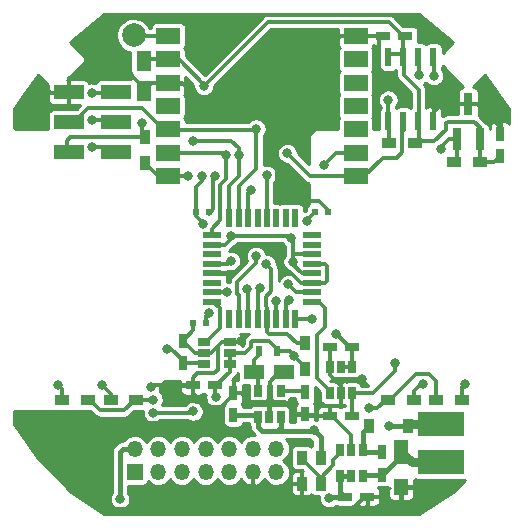
<source format=gtl>
G04 #@! TF.GenerationSoftware,KiCad,Pcbnew,no-vcs-found-4f2ed1b~58~ubuntu16.04.1*
G04 #@! TF.CreationDate,2017-05-05T16:59:14+03:00*
G04 #@! TF.ProjectId,livolo_2_channels_1way_eu_switch,6C69766F6C6F5F325F6368616E6E656C,rev?*
G04 #@! TF.FileFunction,Copper,L1,Top,Signal*
G04 #@! TF.FilePolarity,Positive*
%FSLAX46Y46*%
G04 Gerber Fmt 4.6, Leading zero omitted, Abs format (unit mm)*
G04 Created by KiCad (PCBNEW no-vcs-found-4f2ed1b~58~ubuntu16.04.1) date Fri May  5 16:59:14 2017*
%MOMM*%
%LPD*%
G01*
G04 APERTURE LIST*
%ADD10C,0.100000*%
%ADD11R,4.000000X2.000000*%
%ADD12R,1.200000X2.000000*%
%ADD13R,1.200000X1.400000*%
%ADD14R,0.900000X1.200000*%
%ADD15R,0.650000X1.060000*%
%ADD16R,2.500000X1.270000*%
%ADD17R,1.750000X1.260000*%
%ADD18R,1.200000X0.900000*%
%ADD19R,1.200000X0.750000*%
%ADD20R,0.600000X0.500000*%
%ADD21R,0.750000X1.200000*%
%ADD22R,0.550000X1.600000*%
%ADD23R,1.600000X0.550000*%
%ADD24C,1.998980*%
%ADD25R,1.060000X0.650000*%
%ADD26R,1.998980X1.399540*%
%ADD27R,0.600000X1.550000*%
%ADD28R,0.800000X1.900000*%
%ADD29R,0.500000X0.900000*%
%ADD30R,1.260000X1.750000*%
%ADD31O,1.350000X1.350000*%
%ADD32R,1.350000X1.350000*%
%ADD33C,0.800000*%
%ADD34C,0.300000*%
%ADD35C,0.450000*%
%ADD36C,0.800000*%
%ADD37C,1.000000*%
%ADD38C,0.254000*%
G04 APERTURE END LIST*
D10*
D11*
X157600000Y-105450000D03*
X157600000Y-108700000D03*
D12*
X154200000Y-107800000D03*
D13*
X154200000Y-110800000D03*
D14*
X145800000Y-108300000D03*
X145800000Y-110500000D03*
D15*
X150000000Y-109900000D03*
X150950000Y-109900000D03*
X149050000Y-109900000D03*
X149050000Y-107700000D03*
X150000000Y-107700000D03*
X150950000Y-107700000D03*
D16*
X126050000Y-82440000D03*
X126050000Y-79900000D03*
X126050000Y-77360000D03*
X130050000Y-77360000D03*
X130050000Y-79900000D03*
X130050000Y-82400000D03*
D17*
X141775000Y-101092000D03*
X144325000Y-101092000D03*
D18*
X160866000Y-83312000D03*
X158666000Y-83312000D03*
D19*
X152675000Y-72600000D03*
X154575000Y-72600000D03*
D20*
X136600000Y-96900000D03*
X137700000Y-96900000D03*
X137900000Y-87500000D03*
X136800000Y-87500000D03*
X146950000Y-87500000D03*
X148050000Y-87500000D03*
D19*
X149450000Y-111600000D03*
X151350000Y-111600000D03*
D21*
X140000000Y-104700000D03*
X140000000Y-102800000D03*
X146100000Y-104650000D03*
X146100000Y-102750000D03*
X152600000Y-109750000D03*
X152600000Y-107850000D03*
D19*
X150050000Y-104750000D03*
X148150000Y-104750000D03*
D21*
X135700000Y-100300000D03*
X135700000Y-98400000D03*
D19*
X148150000Y-98900000D03*
X150050000Y-98900000D03*
X136550000Y-102200000D03*
X138450000Y-102200000D03*
D14*
X154750000Y-105600000D03*
X151450000Y-105600000D03*
D22*
X145250000Y-96550000D03*
X144450000Y-96550000D03*
X143650000Y-96550000D03*
X142850000Y-96550000D03*
X142050000Y-96550000D03*
X141250000Y-96550000D03*
X140450000Y-96550000D03*
X139650000Y-96550000D03*
D23*
X138200000Y-95100000D03*
X138200000Y-94300000D03*
X138200000Y-93500000D03*
X138200000Y-92700000D03*
X138200000Y-91900000D03*
X138200000Y-91100000D03*
X138200000Y-90300000D03*
X138200000Y-89500000D03*
D22*
X139650000Y-88050000D03*
X140450000Y-88050000D03*
X141250000Y-88050000D03*
X142050000Y-88050000D03*
X142850000Y-88050000D03*
X143650000Y-88050000D03*
X144450000Y-88050000D03*
X145250000Y-88050000D03*
D23*
X146700000Y-89500000D03*
X146700000Y-90300000D03*
X146700000Y-91100000D03*
X146700000Y-91900000D03*
X146700000Y-92700000D03*
X146700000Y-93500000D03*
X146700000Y-94300000D03*
X146700000Y-95100000D03*
D24*
X131550000Y-72550000D03*
D14*
X147400000Y-110500000D03*
X147400000Y-108300000D03*
X146100000Y-100800000D03*
X146100000Y-98600000D03*
X132500000Y-81200000D03*
X132500000Y-83400000D03*
D18*
X155300000Y-103400000D03*
X153100000Y-103400000D03*
X157200000Y-103400000D03*
X159400000Y-103400000D03*
X129600000Y-103400000D03*
X131800000Y-103400000D03*
X127700000Y-103400000D03*
X125500000Y-103400000D03*
D15*
X142100000Y-102650000D03*
X144000000Y-102650000D03*
X144000000Y-104850000D03*
X143050000Y-104850000D03*
X142100000Y-104850000D03*
X149100000Y-100650000D03*
X148150000Y-100650000D03*
X150050000Y-100650000D03*
X150050000Y-102850000D03*
X149100000Y-102850000D03*
X148150000Y-102850000D03*
D25*
X137500000Y-98500000D03*
X137500000Y-99450000D03*
X137500000Y-100400000D03*
X139700000Y-100400000D03*
X139700000Y-98500000D03*
X139700000Y-99450000D03*
D26*
X134499800Y-72598780D03*
X134471860Y-74600300D03*
X134471860Y-76599280D03*
X134471860Y-78550000D03*
X134471860Y-80500720D03*
X134471860Y-82499700D03*
X134471860Y-84501220D03*
X150372260Y-84501220D03*
X150372260Y-82499700D03*
X150372260Y-80500720D03*
X150372260Y-78550000D03*
X150372260Y-76599280D03*
X150372260Y-74600300D03*
X150372260Y-72598780D03*
D21*
X162600000Y-82800000D03*
X162600000Y-80900000D03*
D18*
X153200000Y-81700000D03*
X155400000Y-81700000D03*
D27*
X153120000Y-74400000D03*
X154390000Y-74400000D03*
X155660000Y-74400000D03*
X156930000Y-74400000D03*
X156930000Y-79800000D03*
X155660000Y-79800000D03*
X154390000Y-79800000D03*
X153120000Y-79800000D03*
D28*
X159900000Y-78350000D03*
X160850000Y-81350000D03*
X158950000Y-81350000D03*
D29*
X142200000Y-99300000D03*
X143700000Y-99300000D03*
D30*
X132400000Y-77275000D03*
X132400000Y-74725000D03*
D31*
X143650000Y-107550000D03*
X143650000Y-109550000D03*
X141650000Y-107550000D03*
X141650000Y-109550000D03*
X139650000Y-107550000D03*
X139650000Y-109550000D03*
X137650000Y-107550000D03*
X137650000Y-109550000D03*
X135650000Y-107550000D03*
X135650000Y-109550000D03*
X133650000Y-107550000D03*
X133650000Y-109550000D03*
X131650000Y-107550000D03*
D32*
X131650000Y-109550000D03*
D33*
X136600000Y-104400000D03*
X133200000Y-104500000D03*
X138500000Y-103200000D03*
X132247340Y-79958848D03*
X145150010Y-99689910D03*
X146225009Y-88306238D03*
X144900000Y-89700000D03*
X137317018Y-84464922D03*
X145033547Y-91716453D03*
X137499998Y-76850000D03*
X148700000Y-97824982D03*
X139800000Y-89550002D03*
X137450000Y-88524998D03*
X150891952Y-101651983D03*
X140653020Y-98418270D03*
X133014549Y-102315473D03*
X138416234Y-84423097D03*
X154700002Y-77875000D03*
X156974998Y-77900000D03*
X138432929Y-78572282D03*
X143992417Y-86553252D03*
X143802464Y-90525717D03*
X137974356Y-96075004D03*
X139800000Y-91667529D03*
X146800000Y-106000000D03*
X153200000Y-105600000D03*
X142799990Y-91945222D03*
X128050002Y-77425000D03*
X130400000Y-111849990D03*
X148119236Y-111746165D03*
X153700000Y-100300000D03*
X134400000Y-99100000D03*
X136625002Y-81475000D03*
X140444049Y-82657764D03*
X144575010Y-82550000D03*
X128000012Y-82050010D03*
X139345788Y-82719813D03*
X155700000Y-75925000D03*
X128000014Y-79725000D03*
X156975000Y-75975002D03*
X141950000Y-80450000D03*
X128900000Y-102200000D03*
X125194336Y-102172950D03*
X159591524Y-102115136D03*
X156099966Y-102100000D03*
X147700000Y-83500000D03*
X146650032Y-96603597D03*
X133235174Y-103400550D03*
X139464930Y-94299484D03*
X144665450Y-93634550D03*
X151500000Y-104100000D03*
X144674574Y-94923329D03*
X142261849Y-93951529D03*
X143586763Y-95086716D03*
X141164942Y-94034130D03*
X157566229Y-82183121D03*
X141918510Y-91228448D03*
X136200000Y-84425000D03*
X141500002Y-85650000D03*
X142874990Y-84375000D03*
X153125000Y-78000000D03*
D34*
X139700000Y-99450000D02*
X141007185Y-99450000D01*
X141007185Y-99450000D02*
X141499999Y-98957186D01*
X141499999Y-98489999D02*
X141589999Y-98399999D01*
X142999999Y-98399999D02*
X143700000Y-99100000D01*
X141499999Y-98957186D02*
X141499999Y-98489999D01*
X141589999Y-98399999D02*
X142999999Y-98399999D01*
X143700000Y-99100000D02*
X143700000Y-99300000D01*
X133200000Y-104500000D02*
X136500000Y-104500000D01*
X136500000Y-104500000D02*
X136600000Y-104400000D01*
X138450000Y-103150000D02*
X138500000Y-103200000D01*
X138450000Y-102200000D02*
X138450000Y-103150000D01*
X139700000Y-101025000D02*
X139700000Y-100400000D01*
X138725000Y-102000000D02*
X139700000Y-101025000D01*
X138450000Y-102000000D02*
X138725000Y-102000000D01*
X132247340Y-79958848D02*
X132247340Y-80947340D01*
X132247340Y-80947340D02*
X132500000Y-81200000D01*
X134471860Y-74600300D02*
X132524700Y-74600300D01*
X132524700Y-74600300D02*
X132400000Y-74725000D01*
X145150010Y-99700010D02*
X145150010Y-99689910D01*
X146100000Y-100800000D02*
X146100000Y-100650000D01*
X146100000Y-100650000D02*
X145150010Y-99700010D01*
X144760100Y-99300000D02*
X145150010Y-99689910D01*
X143700000Y-99300000D02*
X144760100Y-99300000D01*
X126050000Y-82440000D02*
X125435000Y-82440000D01*
X155400000Y-81700000D02*
X155400000Y-81582000D01*
X155400000Y-81582000D02*
X155448000Y-81534000D01*
X155448000Y-81534000D02*
X157017449Y-81534000D01*
X160850000Y-80332000D02*
X160850000Y-81350000D01*
X157017449Y-81534000D02*
X157988000Y-80563449D01*
X157988000Y-80563449D02*
X157988000Y-80010000D01*
X157988000Y-80010000D02*
X158148000Y-79850000D01*
X158148000Y-79850000D02*
X160368000Y-79850000D01*
X160368000Y-79850000D02*
X160850000Y-80332000D01*
X150050000Y-100650000D02*
X150050000Y-100855000D01*
X136800000Y-87500000D02*
X136800000Y-85390476D01*
X136800000Y-87500000D02*
X136800000Y-87875000D01*
X136800000Y-87875000D02*
X137325002Y-88400000D01*
X146225009Y-88306238D02*
X146225009Y-88224991D01*
X146225009Y-88224991D02*
X146950000Y-87500000D01*
X144900000Y-89700000D02*
X144750002Y-89550002D01*
X144900000Y-89700000D02*
X144950000Y-89700000D01*
X144950000Y-89700000D02*
X145026048Y-89776048D01*
X137317018Y-84873458D02*
X137317018Y-84464922D01*
X136800000Y-85390476D02*
X137317018Y-84873458D01*
X137325002Y-88400000D02*
X137450000Y-88524998D01*
X146700000Y-92700000D02*
X145781547Y-92700000D01*
X145781547Y-92700000D02*
X145050000Y-91968453D01*
X145050000Y-91968453D02*
X145050000Y-91732906D01*
X145050000Y-91732906D02*
X145033547Y-91716453D01*
X145033547Y-91057499D02*
X145033547Y-91716453D01*
X145026048Y-91050000D02*
X145033547Y-91057499D01*
X139800000Y-89550002D02*
X139800000Y-89775000D01*
X139800000Y-89775000D02*
X139275000Y-90300000D01*
X139275000Y-90300000D02*
X138200000Y-90300000D01*
X137499998Y-76850000D02*
X137500000Y-76850000D01*
X137500000Y-76850000D02*
X142925001Y-71424999D01*
X142925001Y-71424999D02*
X153174999Y-71424999D01*
X153174999Y-71424999D02*
X154350000Y-72600000D01*
X154350000Y-72600000D02*
X154575000Y-72600000D01*
X137499998Y-76850000D02*
X137499998Y-76724998D01*
X137499998Y-76724998D02*
X135375000Y-74600000D01*
X135374700Y-74600300D02*
X134471860Y-74600300D01*
X135375000Y-74600000D02*
X135374700Y-74600300D01*
X160866000Y-83312000D02*
X160866000Y-81366000D01*
X160866000Y-81366000D02*
X160850000Y-81350000D01*
X160866000Y-83312000D02*
X162088000Y-83312000D01*
X162088000Y-83312000D02*
X162600000Y-82800000D01*
X154390000Y-74400000D02*
X154390000Y-72785000D01*
X154390000Y-72785000D02*
X154575000Y-72600000D01*
X125285000Y-82440000D02*
X125900000Y-82440000D01*
X125900000Y-82440000D02*
X125900000Y-81505000D01*
X125900000Y-81505000D02*
X126205000Y-81200000D01*
X126205000Y-81200000D02*
X132500000Y-81200000D01*
X144750002Y-89550002D02*
X139800000Y-89550002D01*
X145026048Y-89776048D02*
X145026048Y-91050000D01*
X155400000Y-81700000D02*
X155700000Y-81400000D01*
X155700000Y-81400000D02*
X155700000Y-79515000D01*
X155700000Y-79515000D02*
X155685000Y-79500000D01*
X155685000Y-77143002D02*
X154415000Y-75873002D01*
X154415000Y-75873002D02*
X154415000Y-74100000D01*
X155685000Y-79500000D02*
X155685000Y-77143002D01*
X146700000Y-91100000D02*
X145076048Y-91100000D01*
X145076048Y-91100000D02*
X145026048Y-91050000D01*
X153145000Y-74100000D02*
X154415000Y-74100000D01*
X148749982Y-97824982D02*
X148700000Y-97824982D01*
X149825000Y-98900000D02*
X148749982Y-97824982D01*
X150050000Y-98900000D02*
X149825000Y-98900000D01*
X146100000Y-100800000D02*
X146100000Y-100950000D01*
X150050000Y-100650000D02*
X149100000Y-100650000D01*
X139700000Y-100400000D02*
X139700000Y-99450000D01*
X139700000Y-100400000D02*
X139495000Y-100400000D01*
X150050000Y-100650000D02*
X150050000Y-98900000D01*
X128900000Y-111758002D02*
X128900000Y-107600000D01*
X150025000Y-112700000D02*
X129841998Y-112700000D01*
X138100000Y-105400000D02*
X138300000Y-105200000D01*
X128900000Y-107600000D02*
X131100000Y-105400000D01*
X151350000Y-111600000D02*
X151125000Y-111600000D01*
X151125000Y-111600000D02*
X150025000Y-112700000D01*
X129841998Y-112700000D02*
X128900000Y-111758002D01*
X131100000Y-105400000D02*
X138100000Y-105400000D01*
X138300000Y-105200000D02*
X138300000Y-104050002D01*
X148150000Y-104750000D02*
X148375000Y-104750000D01*
X148375000Y-104750000D02*
X150000000Y-106375000D01*
X150000000Y-106375000D02*
X150000000Y-107700000D01*
X138075000Y-99450000D02*
X138700000Y-98825000D01*
X138700000Y-98825000D02*
X139025000Y-98500000D01*
X138700000Y-100865002D02*
X138700000Y-98825000D01*
X136550000Y-102200000D02*
X136550000Y-101525000D01*
X136899999Y-101175001D02*
X138390001Y-101175001D01*
X136550000Y-101525000D02*
X136899999Y-101175001D01*
X138390001Y-101175001D02*
X138700000Y-100865002D01*
X143030001Y-103630001D02*
X143100000Y-103560002D01*
X143100000Y-103560002D02*
X143100000Y-101884998D01*
X143100000Y-101884998D02*
X143892998Y-101092000D01*
X143892998Y-101092000D02*
X144325000Y-101092000D01*
X149100000Y-102275000D02*
X148425000Y-101600000D01*
X148425000Y-101600000D02*
X148150000Y-101325000D01*
X150891952Y-101651983D02*
X148476983Y-101651983D01*
X148476983Y-101651983D02*
X148425000Y-101600000D01*
X140571290Y-98500000D02*
X140653020Y-98418270D01*
X139700000Y-98500000D02*
X140571290Y-98500000D01*
X126100000Y-76200000D02*
X126050000Y-76250000D01*
X126050000Y-76250000D02*
X126050000Y-77360000D01*
X131570000Y-76200000D02*
X126100000Y-76200000D01*
X132400000Y-77030000D02*
X131570000Y-76200000D01*
X138974998Y-104050002D02*
X138300000Y-104050002D01*
X138300000Y-104050002D02*
X137725002Y-104050002D01*
X137725002Y-104050002D02*
X136550000Y-102875000D01*
X140000000Y-102800000D02*
X140000000Y-103025000D01*
X136550000Y-102875000D02*
X136550000Y-102200000D01*
X140000000Y-103025000D02*
X138974998Y-104050002D01*
X136550000Y-102200000D02*
X133130022Y-102200000D01*
X133130022Y-102200000D02*
X133014549Y-102315473D01*
X132400000Y-77275000D02*
X132400000Y-77030000D01*
X126665000Y-77360000D02*
X126050000Y-77360000D01*
X134471860Y-76599280D02*
X133075720Y-76599280D01*
X133075720Y-76599280D02*
X132400000Y-77275000D01*
X144883003Y-92649998D02*
X145733005Y-93500000D01*
X143802464Y-91687466D02*
X144764996Y-92649998D01*
X145733005Y-93500000D02*
X146700000Y-93500000D01*
X144764996Y-92649998D02*
X144883003Y-92649998D01*
X143802464Y-90525717D02*
X143802464Y-91687466D01*
X148180000Y-104750000D02*
X148150000Y-104750000D01*
X125900000Y-77360000D02*
X126515000Y-77360000D01*
X144405001Y-103630001D02*
X142150000Y-103630001D01*
X137500000Y-99450000D02*
X138075000Y-99450000D01*
X139025000Y-98500000D02*
X139700000Y-98500000D01*
X149100000Y-102850000D02*
X149100000Y-102275000D01*
X148150000Y-101325000D02*
X148150000Y-100650000D01*
X143725000Y-77996550D02*
X143725000Y-86285835D01*
X143700000Y-77971550D02*
X143725000Y-77996550D01*
X143725000Y-86285835D02*
X143992417Y-86553252D01*
X138297618Y-87252382D02*
X138297618Y-84541713D01*
X137900000Y-87650000D02*
X138297618Y-87252382D01*
X148050000Y-87500000D02*
X148050000Y-87350000D01*
X148050000Y-87350000D02*
X147253252Y-86553252D01*
X147253252Y-86553252D02*
X143992417Y-86553252D01*
X138297618Y-84541713D02*
X138416234Y-84423097D01*
X137063546Y-77971550D02*
X138425000Y-77971550D01*
X138425000Y-77971550D02*
X143700000Y-77971550D01*
X138432929Y-78572282D02*
X138432929Y-77979479D01*
X138432929Y-77979479D02*
X138425000Y-77971550D01*
X152369999Y-75544997D02*
X154700002Y-77875000D01*
X152369999Y-72905001D02*
X152369999Y-75544997D01*
X152675000Y-72600000D02*
X152369999Y-72905001D01*
X157424998Y-78350000D02*
X156974998Y-77900000D01*
X157630000Y-78350000D02*
X157424998Y-78350000D01*
X150372260Y-72598780D02*
X152673780Y-72598780D01*
X152673780Y-72598780D02*
X152675000Y-72600000D01*
X147950001Y-92050001D02*
X147950001Y-93349999D01*
X147950001Y-93349999D02*
X147800000Y-93500000D01*
X146700000Y-93500000D02*
X147800000Y-93500000D01*
X147800000Y-91900000D02*
X147950001Y-92050001D01*
X146700000Y-91900000D02*
X147800000Y-91900000D01*
X138200000Y-92700000D02*
X140053139Y-92700000D01*
X140053139Y-92700000D02*
X140925000Y-91828139D01*
X140925000Y-91828139D02*
X140925000Y-90963954D01*
X140925000Y-90963954D02*
X141513954Y-90375000D01*
X143750717Y-90525717D02*
X143802464Y-90525717D01*
X141513954Y-90375000D02*
X143600000Y-90375000D01*
X143600000Y-90375000D02*
X143750717Y-90525717D01*
X135691276Y-76599280D02*
X137063546Y-77971550D01*
X134471860Y-76599280D02*
X135691276Y-76599280D01*
X146700000Y-93500000D02*
X146633174Y-93433174D01*
X159900000Y-78350000D02*
X157630000Y-78350000D01*
X156955000Y-79025000D02*
X156955000Y-79500000D01*
X157630000Y-78350000D02*
X156955000Y-79025000D01*
X162600000Y-80900000D02*
X162600000Y-80350000D01*
X162600000Y-80350000D02*
X160600000Y-78350000D01*
X160600000Y-78350000D02*
X159900000Y-78350000D01*
X150721040Y-72250000D02*
X150372260Y-72598780D01*
X136600000Y-96900000D02*
X136600000Y-97500000D01*
X136600000Y-97500000D02*
X135700000Y-98400000D01*
X135700000Y-98175000D02*
X135700000Y-98400000D01*
X150372260Y-72598780D02*
X149072770Y-72598780D01*
X149072770Y-72598780D02*
X143700000Y-77971550D01*
X143050000Y-104850000D02*
X143050000Y-103650000D01*
X143050000Y-103650000D02*
X143030001Y-103630001D01*
X143030001Y-103630001D02*
X142150000Y-103630001D01*
X148150000Y-100650000D02*
X148150000Y-98900000D01*
X148150000Y-104750000D02*
X146200000Y-104750000D01*
X146200000Y-104750000D02*
X146100000Y-104650000D01*
X142150000Y-103630001D02*
X141505001Y-103630001D01*
X146100000Y-104650000D02*
X145425000Y-104650000D01*
X145425000Y-104650000D02*
X144405001Y-103630001D01*
X141505001Y-103630001D02*
X140675000Y-102800000D01*
X140675000Y-102800000D02*
X140000000Y-102800000D01*
X139750000Y-98550000D02*
X139700000Y-98500000D01*
X137500000Y-99450000D02*
X136750000Y-99450000D01*
X136750000Y-99450000D02*
X135700000Y-98400000D01*
X137700000Y-96900000D02*
X137700000Y-96349360D01*
X137700000Y-96349360D02*
X137974356Y-96075004D01*
X139567529Y-91900000D02*
X139800000Y-91667529D01*
X138200000Y-91900000D02*
X139567529Y-91900000D01*
X144000000Y-102650000D02*
X146000000Y-102650000D01*
X146000000Y-102650000D02*
X146100000Y-102750000D01*
D35*
X147400000Y-108300000D02*
X147400000Y-106600000D01*
X147400000Y-106600000D02*
X146800000Y-106000000D01*
X146800000Y-106000000D02*
X146775000Y-106025000D01*
X146775000Y-106025000D02*
X143655000Y-106025000D01*
D36*
X157600000Y-105450000D02*
X154900000Y-105450000D01*
X154900000Y-105450000D02*
X154750000Y-105600000D01*
D35*
X154850000Y-105600000D02*
X153200000Y-105600000D01*
D37*
X157650000Y-105600000D02*
X157800000Y-105450000D01*
D35*
X147400000Y-108300000D02*
X147400000Y-107904998D01*
X144000000Y-104850000D02*
X144000000Y-105680000D01*
X144000000Y-105680000D02*
X143655000Y-106025000D01*
X143655000Y-106025000D02*
X142445000Y-106025000D01*
X142445000Y-106025000D02*
X142100000Y-105680000D01*
X142100000Y-105680000D02*
X142100000Y-104850000D01*
X140000000Y-104700000D02*
X141950000Y-104700000D01*
X141950000Y-104700000D02*
X142100000Y-104850000D01*
D34*
X143248544Y-97800001D02*
X144550001Y-97800001D01*
X143248531Y-97799988D02*
X143248544Y-97800001D01*
X145350000Y-98600000D02*
X146100000Y-98600000D01*
X144550001Y-97800001D02*
X145350000Y-98600000D01*
X142999988Y-97799988D02*
X143248531Y-97799988D01*
X142850000Y-97650000D02*
X142999988Y-97799988D01*
X142850000Y-96550000D02*
X142850000Y-97650000D01*
X142736761Y-94699822D02*
X143199989Y-94236594D01*
X142736761Y-95494718D02*
X142736761Y-94699822D01*
X143199989Y-92345221D02*
X142799990Y-91945222D01*
X143199989Y-94236594D02*
X143199989Y-92345221D01*
X142850000Y-96550000D02*
X142850000Y-95607957D01*
X142850000Y-95607957D02*
X142736761Y-95494718D01*
X129835000Y-77425000D02*
X128050002Y-77425000D01*
X129900000Y-77360000D02*
X129835000Y-77425000D01*
D36*
X157600000Y-108700000D02*
X155100000Y-108700000D01*
X155100000Y-108700000D02*
X154200000Y-107800000D01*
D35*
X152600000Y-109750000D02*
X154200000Y-108150000D01*
X154200000Y-108150000D02*
X154200000Y-107800000D01*
X152600000Y-109750000D02*
X151100000Y-109750000D01*
X151100000Y-109750000D02*
X150950000Y-109900000D01*
X152600000Y-107850000D02*
X151100000Y-107850000D01*
X151100000Y-107850000D02*
X150950000Y-107700000D01*
X150950000Y-107700000D02*
X150950000Y-106100000D01*
X150950000Y-106100000D02*
X151450000Y-105600000D01*
X130400000Y-107845406D02*
X130400000Y-111849990D01*
X130695406Y-107550000D02*
X130400000Y-107845406D01*
X131650000Y-107550000D02*
X130695406Y-107550000D01*
X150000000Y-109900000D02*
X149050000Y-109900000D01*
X149050000Y-109900000D02*
X149050000Y-111200000D01*
X149050000Y-111200000D02*
X149450000Y-111600000D01*
X148265401Y-111600000D02*
X148119236Y-111746165D01*
X149450000Y-111600000D02*
X148265401Y-111600000D01*
D34*
X150050000Y-102850000D02*
X151850000Y-102850000D01*
X151850000Y-102850000D02*
X153700000Y-101000000D01*
X153700000Y-101000000D02*
X153700000Y-100300000D01*
X150050000Y-104750000D02*
X150050000Y-102850000D01*
X135700000Y-100300000D02*
X135700000Y-100075000D01*
X135700000Y-100075000D02*
X134725000Y-99100000D01*
X134725000Y-99100000D02*
X134400000Y-99100000D01*
X135700000Y-100300000D02*
X137400000Y-100300000D01*
X137400000Y-100300000D02*
X137500000Y-100400000D01*
X154415000Y-79500000D02*
X154415000Y-80575000D01*
X154415000Y-80575000D02*
X154300000Y-80690000D01*
X154300000Y-80690000D02*
X154300000Y-82460002D01*
X154300000Y-82460002D02*
X153860002Y-82900000D01*
X153860002Y-82900000D02*
X152675000Y-82900000D01*
X152675000Y-82900000D02*
X151073780Y-84501220D01*
X151073780Y-84501220D02*
X150372260Y-84501220D01*
X139650000Y-85283349D02*
X140444049Y-84489300D01*
X140444049Y-84489300D02*
X140444049Y-82657764D01*
X139650000Y-88050000D02*
X139650000Y-85283349D01*
X139826970Y-81475000D02*
X136625002Y-81475000D01*
X140444049Y-82092079D02*
X139826970Y-81475000D01*
X140444049Y-82657764D02*
X140444049Y-82092079D01*
X146526230Y-84501220D02*
X144575010Y-82550000D01*
X150372260Y-84501220D02*
X146526230Y-84501220D01*
X129550010Y-82050010D02*
X128000012Y-82050010D01*
X129900000Y-82400000D02*
X129550010Y-82050010D01*
X139345788Y-84739018D02*
X139345788Y-82719813D01*
X138200000Y-89500000D02*
X138200000Y-88925000D01*
X138200000Y-88925000D02*
X138900000Y-88225000D01*
X138900000Y-88225000D02*
X138900000Y-85184806D01*
X138900000Y-85184806D02*
X139345788Y-84739018D01*
X139125675Y-82499700D02*
X139345788Y-82719813D01*
X134471860Y-82499700D02*
X139125675Y-82499700D01*
X155700000Y-74115000D02*
X155700000Y-75925000D01*
X155685000Y-74100000D02*
X155700000Y-74115000D01*
X129725000Y-79725000D02*
X128000014Y-79725000D01*
X129900000Y-79900000D02*
X129725000Y-79725000D01*
X134050950Y-80500720D02*
X134471860Y-80500720D01*
X127714999Y-78700001D02*
X132250231Y-78700001D01*
X126515000Y-79900000D02*
X127714999Y-78700001D01*
X125900000Y-79900000D02*
X126515000Y-79900000D01*
X132250231Y-78700001D02*
X134050950Y-80500720D01*
X134521140Y-80550000D02*
X141850000Y-80550000D01*
X141950000Y-83831892D02*
X141950000Y-80450000D01*
X140450000Y-88050000D02*
X140450000Y-85331892D01*
X140450000Y-85331892D02*
X141950000Y-83831892D01*
X156975000Y-74120000D02*
X156975000Y-75975002D01*
X156955000Y-74100000D02*
X156975000Y-74120000D01*
X134471860Y-80500720D02*
X134521140Y-80550000D01*
X141850000Y-80550000D02*
X141950000Y-80450000D01*
X129600000Y-103400000D02*
X129600000Y-102900000D01*
X129600000Y-102900000D02*
X128900000Y-102200000D01*
X125500000Y-103400000D02*
X125500000Y-102478614D01*
X125500000Y-102478614D02*
X125194336Y-102172950D01*
X159400000Y-103400000D02*
X159400000Y-102306660D01*
X159400000Y-102306660D02*
X159591524Y-102115136D01*
X155850000Y-102100000D02*
X156099966Y-102100000D01*
X155300000Y-103400000D02*
X155300000Y-102650000D01*
X155300000Y-102650000D02*
X155850000Y-102100000D01*
X148700300Y-82499700D02*
X147700000Y-83500000D01*
X150372260Y-82499700D02*
X148700300Y-82499700D01*
X146596435Y-96550000D02*
X146650032Y-96603597D01*
X145250000Y-96550000D02*
X146596435Y-96550000D01*
X137705000Y-98500000D02*
X137500000Y-98500000D01*
X138850002Y-97354998D02*
X137705000Y-98500000D01*
X138850002Y-95667010D02*
X138850002Y-97354998D01*
X138282992Y-95100000D02*
X138850002Y-95667010D01*
X138200000Y-95100000D02*
X138282992Y-95100000D01*
X133234624Y-103400000D02*
X133235174Y-103400550D01*
X131800000Y-103400000D02*
X133234624Y-103400000D01*
X139464414Y-94300000D02*
X139464930Y-94299484D01*
X138200000Y-94300000D02*
X139464414Y-94300000D01*
X127700000Y-103400000D02*
X127850000Y-103400000D01*
X127850000Y-103400000D02*
X128750001Y-104300001D01*
X131650000Y-103400000D02*
X131800000Y-103400000D01*
X128750001Y-104300001D02*
X130749999Y-104300001D01*
X130749999Y-104300001D02*
X131650000Y-103400000D01*
X146700000Y-95100000D02*
X147225000Y-95100000D01*
X148150000Y-102645000D02*
X148150000Y-102850000D01*
X147800000Y-95675000D02*
X147800000Y-97250000D01*
X147099999Y-97950001D02*
X147099999Y-101594999D01*
X147225000Y-95100000D02*
X147800000Y-95675000D01*
X147800000Y-97250000D02*
X147099999Y-97950001D01*
X147099999Y-101594999D02*
X148150000Y-102645000D01*
X153100000Y-103400000D02*
X152900000Y-103400000D01*
X152900000Y-103400000D02*
X152200000Y-104100000D01*
X152200000Y-104100000D02*
X151500000Y-104100000D01*
X157200000Y-103400000D02*
X157200000Y-101800000D01*
X157200000Y-101800000D02*
X156600000Y-101200000D01*
X156600000Y-101200000D02*
X155450000Y-101200000D01*
X155450000Y-101200000D02*
X153250000Y-103400000D01*
X153250000Y-103400000D02*
X153100000Y-103400000D01*
X146700000Y-94300000D02*
X145330900Y-94300000D01*
X145330900Y-94300000D02*
X144665450Y-93634550D01*
X134499800Y-72598780D02*
X131598780Y-72598780D01*
X131598780Y-72598780D02*
X131550000Y-72550000D01*
X147400000Y-110500000D02*
X147400000Y-110000000D01*
X147400000Y-110000000D02*
X148425000Y-108975000D01*
X148425000Y-108975000D02*
X148425000Y-108530000D01*
X148425000Y-108530000D02*
X149050000Y-107905000D01*
X149050000Y-107905000D02*
X149050000Y-107700000D01*
X147400000Y-110350000D02*
X147400000Y-110500000D01*
X147400000Y-110050000D02*
X145800000Y-108450000D01*
X145800000Y-108450000D02*
X145800000Y-108300000D01*
X144450000Y-96550000D02*
X144450000Y-95147903D01*
X144450000Y-95147903D02*
X144674574Y-94923329D01*
X142050000Y-96550000D02*
X142050000Y-94163378D01*
X142050000Y-94163378D02*
X142261849Y-93951529D01*
X143650000Y-96550000D02*
X143650000Y-95149953D01*
X143650000Y-95149953D02*
X143586763Y-95086716D01*
X141250000Y-96550000D02*
X141250000Y-94119188D01*
X141250000Y-94119188D02*
X141164942Y-94034130D01*
X141918510Y-91794133D02*
X141918510Y-91228448D01*
X140314940Y-94442132D02*
X140314940Y-93397703D01*
X140450000Y-96550000D02*
X140450000Y-94577192D01*
X140314940Y-93397703D02*
X141918510Y-91794133D01*
X140450000Y-94577192D02*
X140314940Y-94442132D01*
X158950000Y-81350000D02*
X158950000Y-83028000D01*
X158950000Y-83028000D02*
X158666000Y-83312000D01*
X159004000Y-81404000D02*
X158950000Y-81350000D01*
X158950000Y-81350000D02*
X158250000Y-81350000D01*
X158250000Y-81350000D02*
X157566229Y-82033771D01*
X157566229Y-82033771D02*
X157566229Y-82183121D01*
X136123780Y-84501220D02*
X136200000Y-84425000D01*
X134471860Y-84501220D02*
X136123780Y-84501220D01*
X141250000Y-88050000D02*
X141250000Y-85900002D01*
X141250000Y-85900002D02*
X141500002Y-85650000D01*
X134471860Y-84501220D02*
X133601220Y-84501220D01*
X133601220Y-84501220D02*
X132500000Y-83400000D01*
X142850000Y-84399990D02*
X142874990Y-84375000D01*
X142850000Y-88050000D02*
X142850000Y-84399990D01*
X153125000Y-78000000D02*
X153125000Y-79795000D01*
X153125000Y-79795000D02*
X153120000Y-79800000D01*
X153200000Y-81700000D02*
X153200000Y-79880000D01*
X153200000Y-79880000D02*
X153120000Y-79800000D01*
X141775000Y-101092000D02*
X141775000Y-100057000D01*
X141775000Y-100057000D02*
X142264000Y-99568000D01*
X142100000Y-102650000D02*
X142100000Y-101417000D01*
X142100000Y-101417000D02*
X141775000Y-101092000D01*
D38*
G36*
X135473000Y-102032750D02*
X135592250Y-102152000D01*
X136502000Y-102152000D01*
X136502000Y-102132000D01*
X136598000Y-102132000D01*
X136598000Y-102152000D01*
X136618000Y-102152000D01*
X136618000Y-102248000D01*
X136598000Y-102248000D01*
X136598000Y-102932750D01*
X136717250Y-103052000D01*
X137196980Y-103052000D01*
X137289135Y-103033669D01*
X137375944Y-102997712D01*
X137454069Y-102945510D01*
X137499621Y-102899959D01*
X137511079Y-102913921D01*
X137583711Y-102973529D01*
X137644590Y-103006070D01*
X137624249Y-103101769D01*
X137621848Y-103273741D01*
X137652895Y-103442903D01*
X137716208Y-103602814D01*
X137809376Y-103747382D01*
X137928849Y-103871100D01*
X138070077Y-103969256D01*
X138227681Y-104038112D01*
X138395657Y-104075044D01*
X138567608Y-104078646D01*
X138736984Y-104048780D01*
X138897333Y-103986585D01*
X139042547Y-103894429D01*
X139167097Y-103775822D01*
X139236600Y-103677295D01*
X139254490Y-103704069D01*
X139300041Y-103749621D01*
X139286079Y-103761079D01*
X139226471Y-103833711D01*
X139182178Y-103916577D01*
X139154903Y-104006492D01*
X139145693Y-104100000D01*
X139145693Y-105300000D01*
X139154903Y-105393508D01*
X139182178Y-105483423D01*
X139226471Y-105566289D01*
X139286079Y-105638921D01*
X139358711Y-105698529D01*
X139441577Y-105742822D01*
X139531492Y-105770097D01*
X139625000Y-105779307D01*
X140375000Y-105779307D01*
X140468508Y-105770097D01*
X140558423Y-105742822D01*
X140641289Y-105698529D01*
X140713921Y-105638921D01*
X140773529Y-105566289D01*
X140817822Y-105483423D01*
X140842521Y-105402000D01*
X141297860Y-105402000D01*
X141304903Y-105473508D01*
X141332178Y-105563423D01*
X141376471Y-105646289D01*
X141398000Y-105672522D01*
X141398000Y-105680000D01*
X141404326Y-105744517D01*
X141409979Y-105809134D01*
X141411009Y-105812678D01*
X141411369Y-105816353D01*
X141430111Y-105878428D01*
X141448203Y-105940700D01*
X141449903Y-105943979D01*
X141450969Y-105947511D01*
X141481401Y-106004745D01*
X141511253Y-106062337D01*
X141513556Y-106065222D01*
X141515289Y-106068481D01*
X141556258Y-106118714D01*
X141596729Y-106169411D01*
X141601796Y-106174548D01*
X141601881Y-106174653D01*
X141601978Y-106174733D01*
X141603611Y-106176389D01*
X141838659Y-106411437D01*
X141658042Y-106392454D01*
X141434137Y-106412831D01*
X141218453Y-106476310D01*
X141019207Y-106580474D01*
X140843988Y-106721353D01*
X140699469Y-106893584D01*
X140650142Y-106983309D01*
X140609525Y-106906919D01*
X140467425Y-106732687D01*
X140294190Y-106589375D01*
X140096418Y-106482440D01*
X139881642Y-106415955D01*
X139658042Y-106392454D01*
X139434137Y-106412831D01*
X139218453Y-106476310D01*
X139019207Y-106580474D01*
X138843988Y-106721353D01*
X138699469Y-106893584D01*
X138650142Y-106983309D01*
X138609525Y-106906919D01*
X138467425Y-106732687D01*
X138294190Y-106589375D01*
X138096418Y-106482440D01*
X137881642Y-106415955D01*
X137658042Y-106392454D01*
X137434137Y-106412831D01*
X137218453Y-106476310D01*
X137019207Y-106580474D01*
X136843988Y-106721353D01*
X136699469Y-106893584D01*
X136650142Y-106983309D01*
X136609525Y-106906919D01*
X136467425Y-106732687D01*
X136294190Y-106589375D01*
X136096418Y-106482440D01*
X135881642Y-106415955D01*
X135658042Y-106392454D01*
X135434137Y-106412831D01*
X135218453Y-106476310D01*
X135019207Y-106580474D01*
X134843988Y-106721353D01*
X134699469Y-106893584D01*
X134650142Y-106983309D01*
X134609525Y-106906919D01*
X134467425Y-106732687D01*
X134294190Y-106589375D01*
X134096418Y-106482440D01*
X133881642Y-106415955D01*
X133658042Y-106392454D01*
X133434137Y-106412831D01*
X133218453Y-106476310D01*
X133019207Y-106580474D01*
X132843988Y-106721353D01*
X132699469Y-106893584D01*
X132650142Y-106983309D01*
X132609525Y-106906919D01*
X132467425Y-106732687D01*
X132294190Y-106589375D01*
X132096418Y-106482440D01*
X131881642Y-106415955D01*
X131658042Y-106392454D01*
X131434137Y-106412831D01*
X131218453Y-106476310D01*
X131019207Y-106580474D01*
X130843988Y-106721353D01*
X130737719Y-106848000D01*
X130695406Y-106848000D01*
X130630889Y-106854326D01*
X130566272Y-106859979D01*
X130562728Y-106861009D01*
X130559053Y-106861369D01*
X130496978Y-106880111D01*
X130434706Y-106898203D01*
X130431427Y-106899903D01*
X130427895Y-106900969D01*
X130370661Y-106931401D01*
X130313069Y-106961253D01*
X130310184Y-106963556D01*
X130306925Y-106965289D01*
X130256692Y-107006258D01*
X130205995Y-107046729D01*
X130200858Y-107051796D01*
X130200753Y-107051881D01*
X130200673Y-107051978D01*
X130199017Y-107053611D01*
X129903611Y-107349017D01*
X129862443Y-107399135D01*
X129820770Y-107448799D01*
X129818993Y-107452031D01*
X129816648Y-107454886D01*
X129786001Y-107512044D01*
X129754767Y-107568859D01*
X129753650Y-107572380D01*
X129751907Y-107575631D01*
X129732951Y-107637630D01*
X129713340Y-107699452D01*
X129712929Y-107703118D01*
X129711849Y-107706650D01*
X129705295Y-107771177D01*
X129698068Y-107835605D01*
X129698018Y-107842818D01*
X129698004Y-107842955D01*
X129698016Y-107843083D01*
X129698000Y-107845406D01*
X129698000Y-111322867D01*
X129627761Y-111425448D01*
X129560007Y-111583529D01*
X129524249Y-111751759D01*
X129521848Y-111923731D01*
X129552895Y-112092893D01*
X129616208Y-112252804D01*
X129709376Y-112397372D01*
X129828849Y-112521090D01*
X129970077Y-112619246D01*
X130127681Y-112688102D01*
X130295657Y-112725034D01*
X130467608Y-112728636D01*
X130636984Y-112698770D01*
X130797333Y-112636575D01*
X130942547Y-112544419D01*
X131067097Y-112425812D01*
X131166236Y-112285273D01*
X131236190Y-112128154D01*
X131274294Y-111960439D01*
X131277037Y-111763996D01*
X131243631Y-111595283D01*
X131178091Y-111436271D01*
X131102000Y-111321746D01*
X131102000Y-110704307D01*
X132325000Y-110704307D01*
X132418508Y-110695097D01*
X132508423Y-110667822D01*
X132591289Y-110623529D01*
X132663921Y-110563921D01*
X132723529Y-110491289D01*
X132767822Y-110408423D01*
X132794466Y-110320587D01*
X132832575Y-110367313D01*
X133005810Y-110510625D01*
X133203582Y-110617560D01*
X133418358Y-110684045D01*
X133641958Y-110707546D01*
X133865863Y-110687169D01*
X134081547Y-110623690D01*
X134280793Y-110519526D01*
X134456012Y-110378647D01*
X134600531Y-110206416D01*
X134649858Y-110116691D01*
X134690475Y-110193081D01*
X134832575Y-110367313D01*
X135005810Y-110510625D01*
X135203582Y-110617560D01*
X135418358Y-110684045D01*
X135641958Y-110707546D01*
X135865863Y-110687169D01*
X136081547Y-110623690D01*
X136280793Y-110519526D01*
X136456012Y-110378647D01*
X136600531Y-110206416D01*
X136649858Y-110116691D01*
X136690475Y-110193081D01*
X136832575Y-110367313D01*
X137005810Y-110510625D01*
X137203582Y-110617560D01*
X137418358Y-110684045D01*
X137641958Y-110707546D01*
X137865863Y-110687169D01*
X138081547Y-110623690D01*
X138280793Y-110519526D01*
X138456012Y-110378647D01*
X138600531Y-110206416D01*
X138649858Y-110116691D01*
X138690475Y-110193081D01*
X138832575Y-110367313D01*
X139005810Y-110510625D01*
X139203582Y-110617560D01*
X139418358Y-110684045D01*
X139641958Y-110707546D01*
X139865863Y-110687169D01*
X140081547Y-110623690D01*
X140280793Y-110519526D01*
X140456012Y-110378647D01*
X140600531Y-110206416D01*
X140651461Y-110113774D01*
X140693690Y-110192323D01*
X140837376Y-110366548D01*
X141012291Y-110509393D01*
X141211713Y-110615369D01*
X141422535Y-110679320D01*
X141602000Y-110581634D01*
X141602000Y-109598000D01*
X141582000Y-109598000D01*
X141582000Y-109502000D01*
X141602000Y-109502000D01*
X141602000Y-109482000D01*
X141698000Y-109482000D01*
X141698000Y-109502000D01*
X141718000Y-109502000D01*
X141718000Y-109598000D01*
X141698000Y-109598000D01*
X141698000Y-110581634D01*
X141877465Y-110679320D01*
X142088287Y-110615369D01*
X142287709Y-110509393D01*
X142462624Y-110366548D01*
X142606310Y-110192323D01*
X142648422Y-110113991D01*
X142690475Y-110193081D01*
X142832575Y-110367313D01*
X143005810Y-110510625D01*
X143203582Y-110617560D01*
X143418358Y-110684045D01*
X143641958Y-110707546D01*
X143865863Y-110687169D01*
X143933542Y-110667250D01*
X144873000Y-110667250D01*
X144873000Y-111146980D01*
X144891331Y-111239135D01*
X144927288Y-111325944D01*
X144979490Y-111404069D01*
X145045930Y-111470510D01*
X145124055Y-111522712D01*
X145210864Y-111558669D01*
X145303019Y-111577000D01*
X145632750Y-111577000D01*
X145752000Y-111457750D01*
X145752000Y-110548000D01*
X144992250Y-110548000D01*
X144873000Y-110667250D01*
X143933542Y-110667250D01*
X144081547Y-110623690D01*
X144280793Y-110519526D01*
X144456012Y-110378647D01*
X144600531Y-110206416D01*
X144708844Y-110009395D01*
X144758448Y-109853020D01*
X144873000Y-109853020D01*
X144873000Y-110332750D01*
X144992250Y-110452000D01*
X145752000Y-110452000D01*
X145752000Y-109542250D01*
X145632750Y-109423000D01*
X145303019Y-109423000D01*
X145210864Y-109441331D01*
X145124055Y-109477288D01*
X145045930Y-109529490D01*
X144979490Y-109595931D01*
X144927288Y-109674056D01*
X144891331Y-109760865D01*
X144873000Y-109853020D01*
X144758448Y-109853020D01*
X144776826Y-109795088D01*
X144801888Y-109571658D01*
X144802000Y-109555574D01*
X144802000Y-109544426D01*
X144780060Y-109320668D01*
X144715077Y-109105433D01*
X144609525Y-108906919D01*
X144467425Y-108732687D01*
X144294190Y-108589375D01*
X144221925Y-108550302D01*
X144280793Y-108519526D01*
X144456012Y-108378647D01*
X144600531Y-108206416D01*
X144708844Y-108009395D01*
X144776826Y-107795088D01*
X144801888Y-107571658D01*
X144802000Y-107555574D01*
X144802000Y-107544426D01*
X144780060Y-107320668D01*
X144715077Y-107105433D01*
X144609525Y-106906919D01*
X144467425Y-106732687D01*
X144460551Y-106727000D01*
X146309279Y-106727000D01*
X146370077Y-106769256D01*
X146527681Y-106838112D01*
X146678492Y-106871270D01*
X146698000Y-106890778D01*
X146698000Y-107293833D01*
X146683711Y-107301471D01*
X146611079Y-107361079D01*
X146600000Y-107374579D01*
X146588921Y-107361079D01*
X146516289Y-107301471D01*
X146433423Y-107257178D01*
X146343508Y-107229903D01*
X146250000Y-107220693D01*
X145350000Y-107220693D01*
X145256492Y-107229903D01*
X145166577Y-107257178D01*
X145083711Y-107301471D01*
X145011079Y-107361079D01*
X144951471Y-107433711D01*
X144907178Y-107516577D01*
X144879903Y-107606492D01*
X144870693Y-107700000D01*
X144870693Y-108900000D01*
X144879903Y-108993508D01*
X144907178Y-109083423D01*
X144951471Y-109166289D01*
X145011079Y-109238921D01*
X145083711Y-109298529D01*
X145166577Y-109342822D01*
X145256492Y-109370097D01*
X145350000Y-109379307D01*
X145842595Y-109379307D01*
X145926769Y-109463481D01*
X145848000Y-109542250D01*
X145848000Y-110452000D01*
X145868000Y-110452000D01*
X145868000Y-110548000D01*
X145848000Y-110548000D01*
X145848000Y-111457750D01*
X145967250Y-111577000D01*
X146296981Y-111577000D01*
X146389136Y-111558669D01*
X146475945Y-111522712D01*
X146554070Y-111470510D01*
X146599620Y-111424959D01*
X146611079Y-111438921D01*
X146683711Y-111498529D01*
X146766577Y-111542822D01*
X146856492Y-111570097D01*
X146950000Y-111579307D01*
X147258072Y-111579307D01*
X147243485Y-111647934D01*
X147241084Y-111819906D01*
X147272131Y-111989068D01*
X147335444Y-112148979D01*
X147428612Y-112293547D01*
X147548085Y-112417265D01*
X147689313Y-112515421D01*
X147846917Y-112584277D01*
X148014893Y-112621209D01*
X148186844Y-112624811D01*
X148356220Y-112594945D01*
X148516569Y-112532750D01*
X148661783Y-112440594D01*
X148681077Y-112422221D01*
X148756492Y-112445097D01*
X148850000Y-112454307D01*
X150050000Y-112454307D01*
X150143508Y-112445097D01*
X150233423Y-112417822D01*
X150316289Y-112373529D01*
X150388921Y-112313921D01*
X150400379Y-112299959D01*
X150445931Y-112345510D01*
X150524056Y-112397712D01*
X150610865Y-112433669D01*
X150703020Y-112452000D01*
X151182750Y-112452000D01*
X151302000Y-112332750D01*
X151302000Y-111648000D01*
X151398000Y-111648000D01*
X151398000Y-112332750D01*
X151517250Y-112452000D01*
X151996980Y-112452000D01*
X152089135Y-112433669D01*
X152175944Y-112397712D01*
X152254069Y-112345510D01*
X152320510Y-112279070D01*
X152372712Y-112200945D01*
X152408669Y-112114136D01*
X152427000Y-112021981D01*
X152427000Y-111767250D01*
X152307750Y-111648000D01*
X151398000Y-111648000D01*
X151302000Y-111648000D01*
X151282000Y-111648000D01*
X151282000Y-111552000D01*
X151302000Y-111552000D01*
X151302000Y-111532000D01*
X151398000Y-111532000D01*
X151398000Y-111552000D01*
X152307750Y-111552000D01*
X152427000Y-111432750D01*
X152427000Y-111178019D01*
X152408669Y-111085864D01*
X152372712Y-110999055D01*
X152320510Y-110920930D01*
X152254069Y-110854490D01*
X152214890Y-110828311D01*
X152225000Y-110829307D01*
X152975000Y-110829307D01*
X153068508Y-110820097D01*
X153123000Y-110803567D01*
X153123000Y-110848002D01*
X153242248Y-110848002D01*
X153123000Y-110967250D01*
X153123000Y-111546980D01*
X153141331Y-111639135D01*
X153177288Y-111725944D01*
X153229490Y-111804069D01*
X153295930Y-111870510D01*
X153374055Y-111922712D01*
X153460864Y-111958669D01*
X153553019Y-111977000D01*
X154032750Y-111977000D01*
X154152000Y-111857750D01*
X154152000Y-110848000D01*
X154248000Y-110848000D01*
X154248000Y-111857750D01*
X154367250Y-111977000D01*
X154846981Y-111977000D01*
X154939136Y-111958669D01*
X155025945Y-111922712D01*
X155104070Y-111870510D01*
X155170510Y-111804069D01*
X155222712Y-111725944D01*
X155258669Y-111639135D01*
X155277000Y-111546980D01*
X155277000Y-110967250D01*
X155157750Y-110848000D01*
X154248000Y-110848000D01*
X154152000Y-110848000D01*
X154132000Y-110848000D01*
X154132000Y-110752000D01*
X154152000Y-110752000D01*
X154152000Y-110732000D01*
X154248000Y-110732000D01*
X154248000Y-110752000D01*
X155157750Y-110752000D01*
X155277000Y-110632750D01*
X155277000Y-110227000D01*
X155300000Y-110227000D01*
X155348601Y-110217333D01*
X155389803Y-110189803D01*
X155417333Y-110148601D01*
X155418374Y-110143367D01*
X155506492Y-110170097D01*
X155600000Y-110179307D01*
X159577602Y-110179307D01*
X158564921Y-111192740D01*
X155738965Y-113074320D01*
X129060095Y-113074320D01*
X126235317Y-111193525D01*
X123348937Y-108274051D01*
X121426700Y-105438527D01*
X121426700Y-104352906D01*
X121452606Y-104327000D01*
X124876577Y-104327000D01*
X124900000Y-104329307D01*
X126100000Y-104329307D01*
X126123423Y-104327000D01*
X127076577Y-104327000D01*
X127100000Y-104329307D01*
X127892595Y-104329307D01*
X128306645Y-104743357D01*
X128351433Y-104780146D01*
X128395767Y-104817347D01*
X128398653Y-104818934D01*
X128401204Y-104821029D01*
X128452268Y-104848409D01*
X128502999Y-104876299D01*
X128506143Y-104877296D01*
X128509048Y-104878854D01*
X128564441Y-104895790D01*
X128619640Y-104913300D01*
X128622915Y-104913667D01*
X128626070Y-104914632D01*
X128683745Y-104920490D01*
X128741247Y-104926940D01*
X128747684Y-104926985D01*
X128747813Y-104926998D01*
X128747934Y-104926987D01*
X128750001Y-104927001D01*
X130749999Y-104927001D01*
X130807691Y-104921344D01*
X130865337Y-104916301D01*
X130868500Y-104915382D01*
X130871784Y-104915060D01*
X130927223Y-104898322D01*
X130982846Y-104882162D01*
X130985776Y-104880643D01*
X130988930Y-104879691D01*
X131040043Y-104852514D01*
X131091488Y-104825848D01*
X131094065Y-104823791D01*
X131096976Y-104822243D01*
X131141859Y-104785638D01*
X131187122Y-104749504D01*
X131191709Y-104744980D01*
X131191805Y-104744902D01*
X131191879Y-104744813D01*
X131193355Y-104743357D01*
X131607405Y-104329307D01*
X132339651Y-104329307D01*
X132324249Y-104401769D01*
X132321848Y-104573741D01*
X132352895Y-104742903D01*
X132416208Y-104902814D01*
X132509376Y-105047382D01*
X132628849Y-105171100D01*
X132770077Y-105269256D01*
X132927681Y-105338112D01*
X133095657Y-105375044D01*
X133267608Y-105378646D01*
X133436984Y-105348780D01*
X133597333Y-105286585D01*
X133742547Y-105194429D01*
X133813355Y-105127000D01*
X136109279Y-105127000D01*
X136170077Y-105169256D01*
X136327681Y-105238112D01*
X136495657Y-105275044D01*
X136667608Y-105278646D01*
X136836984Y-105248780D01*
X136997333Y-105186585D01*
X137142547Y-105094429D01*
X137267097Y-104975822D01*
X137366236Y-104835283D01*
X137436190Y-104678164D01*
X137474294Y-104510449D01*
X137477037Y-104314006D01*
X137443631Y-104145293D01*
X137378091Y-103986281D01*
X137282914Y-103843029D01*
X137161725Y-103720991D01*
X137019141Y-103624816D01*
X136860591Y-103558168D01*
X136692115Y-103523585D01*
X136520131Y-103522384D01*
X136351189Y-103554611D01*
X136191724Y-103619039D01*
X136047810Y-103713214D01*
X135924929Y-103833548D01*
X135897916Y-103873000D01*
X133975192Y-103873000D01*
X134001410Y-103835833D01*
X134071364Y-103678714D01*
X134109468Y-103510999D01*
X134112211Y-103314556D01*
X134078805Y-103145843D01*
X134013265Y-102986831D01*
X133918088Y-102843579D01*
X133827000Y-102751853D01*
X133827000Y-102367250D01*
X135473000Y-102367250D01*
X135473000Y-102621981D01*
X135491331Y-102714136D01*
X135527288Y-102800945D01*
X135579490Y-102879070D01*
X135645931Y-102945510D01*
X135724056Y-102997712D01*
X135810865Y-103033669D01*
X135903020Y-103052000D01*
X136382750Y-103052000D01*
X136502000Y-102932750D01*
X136502000Y-102248000D01*
X135592250Y-102248000D01*
X135473000Y-102367250D01*
X133827000Y-102367250D01*
X133827000Y-102252606D01*
X134252606Y-101827000D01*
X135473000Y-101827000D01*
X135473000Y-102032750D01*
X135473000Y-102032750D01*
G37*
X135473000Y-102032750D02*
X135592250Y-102152000D01*
X136502000Y-102152000D01*
X136502000Y-102132000D01*
X136598000Y-102132000D01*
X136598000Y-102152000D01*
X136618000Y-102152000D01*
X136618000Y-102248000D01*
X136598000Y-102248000D01*
X136598000Y-102932750D01*
X136717250Y-103052000D01*
X137196980Y-103052000D01*
X137289135Y-103033669D01*
X137375944Y-102997712D01*
X137454069Y-102945510D01*
X137499621Y-102899959D01*
X137511079Y-102913921D01*
X137583711Y-102973529D01*
X137644590Y-103006070D01*
X137624249Y-103101769D01*
X137621848Y-103273741D01*
X137652895Y-103442903D01*
X137716208Y-103602814D01*
X137809376Y-103747382D01*
X137928849Y-103871100D01*
X138070077Y-103969256D01*
X138227681Y-104038112D01*
X138395657Y-104075044D01*
X138567608Y-104078646D01*
X138736984Y-104048780D01*
X138897333Y-103986585D01*
X139042547Y-103894429D01*
X139167097Y-103775822D01*
X139236600Y-103677295D01*
X139254490Y-103704069D01*
X139300041Y-103749621D01*
X139286079Y-103761079D01*
X139226471Y-103833711D01*
X139182178Y-103916577D01*
X139154903Y-104006492D01*
X139145693Y-104100000D01*
X139145693Y-105300000D01*
X139154903Y-105393508D01*
X139182178Y-105483423D01*
X139226471Y-105566289D01*
X139286079Y-105638921D01*
X139358711Y-105698529D01*
X139441577Y-105742822D01*
X139531492Y-105770097D01*
X139625000Y-105779307D01*
X140375000Y-105779307D01*
X140468508Y-105770097D01*
X140558423Y-105742822D01*
X140641289Y-105698529D01*
X140713921Y-105638921D01*
X140773529Y-105566289D01*
X140817822Y-105483423D01*
X140842521Y-105402000D01*
X141297860Y-105402000D01*
X141304903Y-105473508D01*
X141332178Y-105563423D01*
X141376471Y-105646289D01*
X141398000Y-105672522D01*
X141398000Y-105680000D01*
X141404326Y-105744517D01*
X141409979Y-105809134D01*
X141411009Y-105812678D01*
X141411369Y-105816353D01*
X141430111Y-105878428D01*
X141448203Y-105940700D01*
X141449903Y-105943979D01*
X141450969Y-105947511D01*
X141481401Y-106004745D01*
X141511253Y-106062337D01*
X141513556Y-106065222D01*
X141515289Y-106068481D01*
X141556258Y-106118714D01*
X141596729Y-106169411D01*
X141601796Y-106174548D01*
X141601881Y-106174653D01*
X141601978Y-106174733D01*
X141603611Y-106176389D01*
X141838659Y-106411437D01*
X141658042Y-106392454D01*
X141434137Y-106412831D01*
X141218453Y-106476310D01*
X141019207Y-106580474D01*
X140843988Y-106721353D01*
X140699469Y-106893584D01*
X140650142Y-106983309D01*
X140609525Y-106906919D01*
X140467425Y-106732687D01*
X140294190Y-106589375D01*
X140096418Y-106482440D01*
X139881642Y-106415955D01*
X139658042Y-106392454D01*
X139434137Y-106412831D01*
X139218453Y-106476310D01*
X139019207Y-106580474D01*
X138843988Y-106721353D01*
X138699469Y-106893584D01*
X138650142Y-106983309D01*
X138609525Y-106906919D01*
X138467425Y-106732687D01*
X138294190Y-106589375D01*
X138096418Y-106482440D01*
X137881642Y-106415955D01*
X137658042Y-106392454D01*
X137434137Y-106412831D01*
X137218453Y-106476310D01*
X137019207Y-106580474D01*
X136843988Y-106721353D01*
X136699469Y-106893584D01*
X136650142Y-106983309D01*
X136609525Y-106906919D01*
X136467425Y-106732687D01*
X136294190Y-106589375D01*
X136096418Y-106482440D01*
X135881642Y-106415955D01*
X135658042Y-106392454D01*
X135434137Y-106412831D01*
X135218453Y-106476310D01*
X135019207Y-106580474D01*
X134843988Y-106721353D01*
X134699469Y-106893584D01*
X134650142Y-106983309D01*
X134609525Y-106906919D01*
X134467425Y-106732687D01*
X134294190Y-106589375D01*
X134096418Y-106482440D01*
X133881642Y-106415955D01*
X133658042Y-106392454D01*
X133434137Y-106412831D01*
X133218453Y-106476310D01*
X133019207Y-106580474D01*
X132843988Y-106721353D01*
X132699469Y-106893584D01*
X132650142Y-106983309D01*
X132609525Y-106906919D01*
X132467425Y-106732687D01*
X132294190Y-106589375D01*
X132096418Y-106482440D01*
X131881642Y-106415955D01*
X131658042Y-106392454D01*
X131434137Y-106412831D01*
X131218453Y-106476310D01*
X131019207Y-106580474D01*
X130843988Y-106721353D01*
X130737719Y-106848000D01*
X130695406Y-106848000D01*
X130630889Y-106854326D01*
X130566272Y-106859979D01*
X130562728Y-106861009D01*
X130559053Y-106861369D01*
X130496978Y-106880111D01*
X130434706Y-106898203D01*
X130431427Y-106899903D01*
X130427895Y-106900969D01*
X130370661Y-106931401D01*
X130313069Y-106961253D01*
X130310184Y-106963556D01*
X130306925Y-106965289D01*
X130256692Y-107006258D01*
X130205995Y-107046729D01*
X130200858Y-107051796D01*
X130200753Y-107051881D01*
X130200673Y-107051978D01*
X130199017Y-107053611D01*
X129903611Y-107349017D01*
X129862443Y-107399135D01*
X129820770Y-107448799D01*
X129818993Y-107452031D01*
X129816648Y-107454886D01*
X129786001Y-107512044D01*
X129754767Y-107568859D01*
X129753650Y-107572380D01*
X129751907Y-107575631D01*
X129732951Y-107637630D01*
X129713340Y-107699452D01*
X129712929Y-107703118D01*
X129711849Y-107706650D01*
X129705295Y-107771177D01*
X129698068Y-107835605D01*
X129698018Y-107842818D01*
X129698004Y-107842955D01*
X129698016Y-107843083D01*
X129698000Y-107845406D01*
X129698000Y-111322867D01*
X129627761Y-111425448D01*
X129560007Y-111583529D01*
X129524249Y-111751759D01*
X129521848Y-111923731D01*
X129552895Y-112092893D01*
X129616208Y-112252804D01*
X129709376Y-112397372D01*
X129828849Y-112521090D01*
X129970077Y-112619246D01*
X130127681Y-112688102D01*
X130295657Y-112725034D01*
X130467608Y-112728636D01*
X130636984Y-112698770D01*
X130797333Y-112636575D01*
X130942547Y-112544419D01*
X131067097Y-112425812D01*
X131166236Y-112285273D01*
X131236190Y-112128154D01*
X131274294Y-111960439D01*
X131277037Y-111763996D01*
X131243631Y-111595283D01*
X131178091Y-111436271D01*
X131102000Y-111321746D01*
X131102000Y-110704307D01*
X132325000Y-110704307D01*
X132418508Y-110695097D01*
X132508423Y-110667822D01*
X132591289Y-110623529D01*
X132663921Y-110563921D01*
X132723529Y-110491289D01*
X132767822Y-110408423D01*
X132794466Y-110320587D01*
X132832575Y-110367313D01*
X133005810Y-110510625D01*
X133203582Y-110617560D01*
X133418358Y-110684045D01*
X133641958Y-110707546D01*
X133865863Y-110687169D01*
X134081547Y-110623690D01*
X134280793Y-110519526D01*
X134456012Y-110378647D01*
X134600531Y-110206416D01*
X134649858Y-110116691D01*
X134690475Y-110193081D01*
X134832575Y-110367313D01*
X135005810Y-110510625D01*
X135203582Y-110617560D01*
X135418358Y-110684045D01*
X135641958Y-110707546D01*
X135865863Y-110687169D01*
X136081547Y-110623690D01*
X136280793Y-110519526D01*
X136456012Y-110378647D01*
X136600531Y-110206416D01*
X136649858Y-110116691D01*
X136690475Y-110193081D01*
X136832575Y-110367313D01*
X137005810Y-110510625D01*
X137203582Y-110617560D01*
X137418358Y-110684045D01*
X137641958Y-110707546D01*
X137865863Y-110687169D01*
X138081547Y-110623690D01*
X138280793Y-110519526D01*
X138456012Y-110378647D01*
X138600531Y-110206416D01*
X138649858Y-110116691D01*
X138690475Y-110193081D01*
X138832575Y-110367313D01*
X139005810Y-110510625D01*
X139203582Y-110617560D01*
X139418358Y-110684045D01*
X139641958Y-110707546D01*
X139865863Y-110687169D01*
X140081547Y-110623690D01*
X140280793Y-110519526D01*
X140456012Y-110378647D01*
X140600531Y-110206416D01*
X140651461Y-110113774D01*
X140693690Y-110192323D01*
X140837376Y-110366548D01*
X141012291Y-110509393D01*
X141211713Y-110615369D01*
X141422535Y-110679320D01*
X141602000Y-110581634D01*
X141602000Y-109598000D01*
X141582000Y-109598000D01*
X141582000Y-109502000D01*
X141602000Y-109502000D01*
X141602000Y-109482000D01*
X141698000Y-109482000D01*
X141698000Y-109502000D01*
X141718000Y-109502000D01*
X141718000Y-109598000D01*
X141698000Y-109598000D01*
X141698000Y-110581634D01*
X141877465Y-110679320D01*
X142088287Y-110615369D01*
X142287709Y-110509393D01*
X142462624Y-110366548D01*
X142606310Y-110192323D01*
X142648422Y-110113991D01*
X142690475Y-110193081D01*
X142832575Y-110367313D01*
X143005810Y-110510625D01*
X143203582Y-110617560D01*
X143418358Y-110684045D01*
X143641958Y-110707546D01*
X143865863Y-110687169D01*
X143933542Y-110667250D01*
X144873000Y-110667250D01*
X144873000Y-111146980D01*
X144891331Y-111239135D01*
X144927288Y-111325944D01*
X144979490Y-111404069D01*
X145045930Y-111470510D01*
X145124055Y-111522712D01*
X145210864Y-111558669D01*
X145303019Y-111577000D01*
X145632750Y-111577000D01*
X145752000Y-111457750D01*
X145752000Y-110548000D01*
X144992250Y-110548000D01*
X144873000Y-110667250D01*
X143933542Y-110667250D01*
X144081547Y-110623690D01*
X144280793Y-110519526D01*
X144456012Y-110378647D01*
X144600531Y-110206416D01*
X144708844Y-110009395D01*
X144758448Y-109853020D01*
X144873000Y-109853020D01*
X144873000Y-110332750D01*
X144992250Y-110452000D01*
X145752000Y-110452000D01*
X145752000Y-109542250D01*
X145632750Y-109423000D01*
X145303019Y-109423000D01*
X145210864Y-109441331D01*
X145124055Y-109477288D01*
X145045930Y-109529490D01*
X144979490Y-109595931D01*
X144927288Y-109674056D01*
X144891331Y-109760865D01*
X144873000Y-109853020D01*
X144758448Y-109853020D01*
X144776826Y-109795088D01*
X144801888Y-109571658D01*
X144802000Y-109555574D01*
X144802000Y-109544426D01*
X144780060Y-109320668D01*
X144715077Y-109105433D01*
X144609525Y-108906919D01*
X144467425Y-108732687D01*
X144294190Y-108589375D01*
X144221925Y-108550302D01*
X144280793Y-108519526D01*
X144456012Y-108378647D01*
X144600531Y-108206416D01*
X144708844Y-108009395D01*
X144776826Y-107795088D01*
X144801888Y-107571658D01*
X144802000Y-107555574D01*
X144802000Y-107544426D01*
X144780060Y-107320668D01*
X144715077Y-107105433D01*
X144609525Y-106906919D01*
X144467425Y-106732687D01*
X144460551Y-106727000D01*
X146309279Y-106727000D01*
X146370077Y-106769256D01*
X146527681Y-106838112D01*
X146678492Y-106871270D01*
X146698000Y-106890778D01*
X146698000Y-107293833D01*
X146683711Y-107301471D01*
X146611079Y-107361079D01*
X146600000Y-107374579D01*
X146588921Y-107361079D01*
X146516289Y-107301471D01*
X146433423Y-107257178D01*
X146343508Y-107229903D01*
X146250000Y-107220693D01*
X145350000Y-107220693D01*
X145256492Y-107229903D01*
X145166577Y-107257178D01*
X145083711Y-107301471D01*
X145011079Y-107361079D01*
X144951471Y-107433711D01*
X144907178Y-107516577D01*
X144879903Y-107606492D01*
X144870693Y-107700000D01*
X144870693Y-108900000D01*
X144879903Y-108993508D01*
X144907178Y-109083423D01*
X144951471Y-109166289D01*
X145011079Y-109238921D01*
X145083711Y-109298529D01*
X145166577Y-109342822D01*
X145256492Y-109370097D01*
X145350000Y-109379307D01*
X145842595Y-109379307D01*
X145926769Y-109463481D01*
X145848000Y-109542250D01*
X145848000Y-110452000D01*
X145868000Y-110452000D01*
X145868000Y-110548000D01*
X145848000Y-110548000D01*
X145848000Y-111457750D01*
X145967250Y-111577000D01*
X146296981Y-111577000D01*
X146389136Y-111558669D01*
X146475945Y-111522712D01*
X146554070Y-111470510D01*
X146599620Y-111424959D01*
X146611079Y-111438921D01*
X146683711Y-111498529D01*
X146766577Y-111542822D01*
X146856492Y-111570097D01*
X146950000Y-111579307D01*
X147258072Y-111579307D01*
X147243485Y-111647934D01*
X147241084Y-111819906D01*
X147272131Y-111989068D01*
X147335444Y-112148979D01*
X147428612Y-112293547D01*
X147548085Y-112417265D01*
X147689313Y-112515421D01*
X147846917Y-112584277D01*
X148014893Y-112621209D01*
X148186844Y-112624811D01*
X148356220Y-112594945D01*
X148516569Y-112532750D01*
X148661783Y-112440594D01*
X148681077Y-112422221D01*
X148756492Y-112445097D01*
X148850000Y-112454307D01*
X150050000Y-112454307D01*
X150143508Y-112445097D01*
X150233423Y-112417822D01*
X150316289Y-112373529D01*
X150388921Y-112313921D01*
X150400379Y-112299959D01*
X150445931Y-112345510D01*
X150524056Y-112397712D01*
X150610865Y-112433669D01*
X150703020Y-112452000D01*
X151182750Y-112452000D01*
X151302000Y-112332750D01*
X151302000Y-111648000D01*
X151398000Y-111648000D01*
X151398000Y-112332750D01*
X151517250Y-112452000D01*
X151996980Y-112452000D01*
X152089135Y-112433669D01*
X152175944Y-112397712D01*
X152254069Y-112345510D01*
X152320510Y-112279070D01*
X152372712Y-112200945D01*
X152408669Y-112114136D01*
X152427000Y-112021981D01*
X152427000Y-111767250D01*
X152307750Y-111648000D01*
X151398000Y-111648000D01*
X151302000Y-111648000D01*
X151282000Y-111648000D01*
X151282000Y-111552000D01*
X151302000Y-111552000D01*
X151302000Y-111532000D01*
X151398000Y-111532000D01*
X151398000Y-111552000D01*
X152307750Y-111552000D01*
X152427000Y-111432750D01*
X152427000Y-111178019D01*
X152408669Y-111085864D01*
X152372712Y-110999055D01*
X152320510Y-110920930D01*
X152254069Y-110854490D01*
X152214890Y-110828311D01*
X152225000Y-110829307D01*
X152975000Y-110829307D01*
X153068508Y-110820097D01*
X153123000Y-110803567D01*
X153123000Y-110848002D01*
X153242248Y-110848002D01*
X153123000Y-110967250D01*
X153123000Y-111546980D01*
X153141331Y-111639135D01*
X153177288Y-111725944D01*
X153229490Y-111804069D01*
X153295930Y-111870510D01*
X153374055Y-111922712D01*
X153460864Y-111958669D01*
X153553019Y-111977000D01*
X154032750Y-111977000D01*
X154152000Y-111857750D01*
X154152000Y-110848000D01*
X154248000Y-110848000D01*
X154248000Y-111857750D01*
X154367250Y-111977000D01*
X154846981Y-111977000D01*
X154939136Y-111958669D01*
X155025945Y-111922712D01*
X155104070Y-111870510D01*
X155170510Y-111804069D01*
X155222712Y-111725944D01*
X155258669Y-111639135D01*
X155277000Y-111546980D01*
X155277000Y-110967250D01*
X155157750Y-110848000D01*
X154248000Y-110848000D01*
X154152000Y-110848000D01*
X154132000Y-110848000D01*
X154132000Y-110752000D01*
X154152000Y-110752000D01*
X154152000Y-110732000D01*
X154248000Y-110732000D01*
X154248000Y-110752000D01*
X155157750Y-110752000D01*
X155277000Y-110632750D01*
X155277000Y-110227000D01*
X155300000Y-110227000D01*
X155348601Y-110217333D01*
X155389803Y-110189803D01*
X155417333Y-110148601D01*
X155418374Y-110143367D01*
X155506492Y-110170097D01*
X155600000Y-110179307D01*
X159577602Y-110179307D01*
X158564921Y-111192740D01*
X155738965Y-113074320D01*
X129060095Y-113074320D01*
X126235317Y-111193525D01*
X123348937Y-108274051D01*
X121426700Y-105438527D01*
X121426700Y-104352906D01*
X121452606Y-104327000D01*
X124876577Y-104327000D01*
X124900000Y-104329307D01*
X126100000Y-104329307D01*
X126123423Y-104327000D01*
X127076577Y-104327000D01*
X127100000Y-104329307D01*
X127892595Y-104329307D01*
X128306645Y-104743357D01*
X128351433Y-104780146D01*
X128395767Y-104817347D01*
X128398653Y-104818934D01*
X128401204Y-104821029D01*
X128452268Y-104848409D01*
X128502999Y-104876299D01*
X128506143Y-104877296D01*
X128509048Y-104878854D01*
X128564441Y-104895790D01*
X128619640Y-104913300D01*
X128622915Y-104913667D01*
X128626070Y-104914632D01*
X128683745Y-104920490D01*
X128741247Y-104926940D01*
X128747684Y-104926985D01*
X128747813Y-104926998D01*
X128747934Y-104926987D01*
X128750001Y-104927001D01*
X130749999Y-104927001D01*
X130807691Y-104921344D01*
X130865337Y-104916301D01*
X130868500Y-104915382D01*
X130871784Y-104915060D01*
X130927223Y-104898322D01*
X130982846Y-104882162D01*
X130985776Y-104880643D01*
X130988930Y-104879691D01*
X131040043Y-104852514D01*
X131091488Y-104825848D01*
X131094065Y-104823791D01*
X131096976Y-104822243D01*
X131141859Y-104785638D01*
X131187122Y-104749504D01*
X131191709Y-104744980D01*
X131191805Y-104744902D01*
X131191879Y-104744813D01*
X131193355Y-104743357D01*
X131607405Y-104329307D01*
X132339651Y-104329307D01*
X132324249Y-104401769D01*
X132321848Y-104573741D01*
X132352895Y-104742903D01*
X132416208Y-104902814D01*
X132509376Y-105047382D01*
X132628849Y-105171100D01*
X132770077Y-105269256D01*
X132927681Y-105338112D01*
X133095657Y-105375044D01*
X133267608Y-105378646D01*
X133436984Y-105348780D01*
X133597333Y-105286585D01*
X133742547Y-105194429D01*
X133813355Y-105127000D01*
X136109279Y-105127000D01*
X136170077Y-105169256D01*
X136327681Y-105238112D01*
X136495657Y-105275044D01*
X136667608Y-105278646D01*
X136836984Y-105248780D01*
X136997333Y-105186585D01*
X137142547Y-105094429D01*
X137267097Y-104975822D01*
X137366236Y-104835283D01*
X137436190Y-104678164D01*
X137474294Y-104510449D01*
X137477037Y-104314006D01*
X137443631Y-104145293D01*
X137378091Y-103986281D01*
X137282914Y-103843029D01*
X137161725Y-103720991D01*
X137019141Y-103624816D01*
X136860591Y-103558168D01*
X136692115Y-103523585D01*
X136520131Y-103522384D01*
X136351189Y-103554611D01*
X136191724Y-103619039D01*
X136047810Y-103713214D01*
X135924929Y-103833548D01*
X135897916Y-103873000D01*
X133975192Y-103873000D01*
X134001410Y-103835833D01*
X134071364Y-103678714D01*
X134109468Y-103510999D01*
X134112211Y-103314556D01*
X134078805Y-103145843D01*
X134013265Y-102986831D01*
X133918088Y-102843579D01*
X133827000Y-102751853D01*
X133827000Y-102367250D01*
X135473000Y-102367250D01*
X135473000Y-102621981D01*
X135491331Y-102714136D01*
X135527288Y-102800945D01*
X135579490Y-102879070D01*
X135645931Y-102945510D01*
X135724056Y-102997712D01*
X135810865Y-103033669D01*
X135903020Y-103052000D01*
X136382750Y-103052000D01*
X136502000Y-102932750D01*
X136502000Y-102248000D01*
X135592250Y-102248000D01*
X135473000Y-102367250D01*
X133827000Y-102367250D01*
X133827000Y-102252606D01*
X134252606Y-101827000D01*
X135473000Y-101827000D01*
X135473000Y-102032750D01*
G36*
X140420693Y-101722000D02*
X140420791Y-101723000D01*
X140167250Y-101723000D01*
X140048000Y-101842250D01*
X140048000Y-102752000D01*
X140732750Y-102752000D01*
X140852000Y-102632750D01*
X140852000Y-102196579D01*
X140900000Y-102201307D01*
X141295693Y-102201307D01*
X141295693Y-103180000D01*
X141304903Y-103273508D01*
X141332178Y-103363423D01*
X141376471Y-103446289D01*
X141436079Y-103518921D01*
X141508711Y-103578529D01*
X141591577Y-103622822D01*
X141681492Y-103650097D01*
X141775000Y-103659307D01*
X142425000Y-103659307D01*
X142518508Y-103650097D01*
X142608423Y-103622822D01*
X142691289Y-103578529D01*
X142763921Y-103518921D01*
X142823529Y-103446289D01*
X142867822Y-103363423D01*
X142895097Y-103273508D01*
X142904307Y-103180000D01*
X142904307Y-102126934D01*
X142916289Y-102120529D01*
X142988921Y-102060921D01*
X143048529Y-101988289D01*
X143051069Y-101983536D01*
X143079490Y-102026070D01*
X143145931Y-102092510D01*
X143195693Y-102125760D01*
X143195693Y-103180000D01*
X143204903Y-103273508D01*
X143232178Y-103363423D01*
X143276471Y-103446289D01*
X143336079Y-103518921D01*
X143408711Y-103578529D01*
X143491577Y-103622822D01*
X143581492Y-103650097D01*
X143675000Y-103659307D01*
X144325000Y-103659307D01*
X144418508Y-103650097D01*
X144508423Y-103622822D01*
X144591289Y-103578529D01*
X144663921Y-103518921D01*
X144723529Y-103446289D01*
X144767822Y-103363423D01*
X144794038Y-103277000D01*
X145245693Y-103277000D01*
X145245693Y-103350000D01*
X145254903Y-103443508D01*
X145282178Y-103533423D01*
X145326471Y-103616289D01*
X145386079Y-103688921D01*
X145400041Y-103700379D01*
X145354490Y-103745931D01*
X145302288Y-103824056D01*
X145266331Y-103910865D01*
X145248000Y-104003020D01*
X145248000Y-104482750D01*
X145367250Y-104602000D01*
X146052000Y-104602000D01*
X146052000Y-104582000D01*
X146148000Y-104582000D01*
X146148000Y-104602000D01*
X146832750Y-104602000D01*
X146952000Y-104482750D01*
X146952000Y-104328019D01*
X147073000Y-104328019D01*
X147073000Y-104582750D01*
X147192250Y-104702000D01*
X148102000Y-104702000D01*
X148102000Y-104017250D01*
X147982750Y-103898000D01*
X147503020Y-103898000D01*
X147410865Y-103916331D01*
X147324056Y-103952288D01*
X147245931Y-104004490D01*
X147179490Y-104070930D01*
X147127288Y-104149055D01*
X147091331Y-104235864D01*
X147073000Y-104328019D01*
X146952000Y-104328019D01*
X146952000Y-104003020D01*
X146933669Y-103910865D01*
X146897712Y-103824056D01*
X146845510Y-103745931D01*
X146799959Y-103700379D01*
X146813921Y-103688921D01*
X146873529Y-103616289D01*
X146917822Y-103533423D01*
X146945097Y-103443508D01*
X146954307Y-103350000D01*
X146954307Y-102336019D01*
X147345693Y-102727405D01*
X147345693Y-103380000D01*
X147354903Y-103473508D01*
X147382178Y-103563423D01*
X147426471Y-103646289D01*
X147486079Y-103718921D01*
X147558711Y-103778529D01*
X147641577Y-103822822D01*
X147731492Y-103850097D01*
X147825000Y-103859307D01*
X148475000Y-103859307D01*
X148568508Y-103850097D01*
X148623316Y-103833471D01*
X148635864Y-103838669D01*
X148728019Y-103857000D01*
X148932750Y-103857000D01*
X149052000Y-103737750D01*
X149052000Y-102898000D01*
X149032000Y-102898000D01*
X149032000Y-102802000D01*
X149052000Y-102802000D01*
X149052000Y-101962250D01*
X148932750Y-101843000D01*
X148728019Y-101843000D01*
X148635864Y-101861331D01*
X148623316Y-101866529D01*
X148568508Y-101849903D01*
X148475000Y-101840693D01*
X148232405Y-101840693D01*
X148218712Y-101827000D01*
X151047394Y-101827000D01*
X151443394Y-102223000D01*
X150844038Y-102223000D01*
X150817822Y-102136577D01*
X150773529Y-102053711D01*
X150713921Y-101981079D01*
X150641289Y-101921471D01*
X150558423Y-101877178D01*
X150468508Y-101849903D01*
X150375000Y-101840693D01*
X149725000Y-101840693D01*
X149631492Y-101849903D01*
X149576684Y-101866529D01*
X149564136Y-101861331D01*
X149471981Y-101843000D01*
X149267250Y-101843000D01*
X149148000Y-101962250D01*
X149148000Y-102802000D01*
X149168000Y-102802000D01*
X149168000Y-102898000D01*
X149148000Y-102898000D01*
X149148000Y-103737750D01*
X149267250Y-103857000D01*
X149423000Y-103857000D01*
X149423000Y-103898352D01*
X149356492Y-103904903D01*
X149266577Y-103932178D01*
X149183711Y-103976471D01*
X149111079Y-104036079D01*
X149099621Y-104050041D01*
X149054069Y-104004490D01*
X148975944Y-103952288D01*
X148889135Y-103916331D01*
X148796980Y-103898000D01*
X148317250Y-103898000D01*
X148198000Y-104017250D01*
X148198000Y-104702000D01*
X148218000Y-104702000D01*
X148218000Y-104798000D01*
X148198000Y-104798000D01*
X148198000Y-104818000D01*
X148102000Y-104818000D01*
X148102000Y-104798000D01*
X147192250Y-104798000D01*
X147073000Y-104917250D01*
X147073000Y-105163384D01*
X147060591Y-105158168D01*
X146952000Y-105135878D01*
X146952000Y-104817250D01*
X146832750Y-104698000D01*
X146148000Y-104698000D01*
X146148000Y-104718000D01*
X146052000Y-104718000D01*
X146052000Y-104698000D01*
X145367250Y-104698000D01*
X145248000Y-104817250D01*
X145248000Y-105296980D01*
X145253176Y-105323000D01*
X144804307Y-105323000D01*
X144804307Y-104320000D01*
X144795097Y-104226492D01*
X144767822Y-104136577D01*
X144723529Y-104053711D01*
X144663921Y-103981079D01*
X144591289Y-103921471D01*
X144508423Y-103877178D01*
X144418508Y-103849903D01*
X144325000Y-103840693D01*
X143675000Y-103840693D01*
X143581492Y-103849903D01*
X143526684Y-103866529D01*
X143514136Y-103861331D01*
X143421981Y-103843000D01*
X143217250Y-103843000D01*
X143098000Y-103962250D01*
X143098000Y-104802000D01*
X143118000Y-104802000D01*
X143118000Y-104898000D01*
X143098000Y-104898000D01*
X143098000Y-104918000D01*
X143002000Y-104918000D01*
X143002000Y-104898000D01*
X142982000Y-104898000D01*
X142982000Y-104802000D01*
X143002000Y-104802000D01*
X143002000Y-103962250D01*
X142882750Y-103843000D01*
X142678019Y-103843000D01*
X142585864Y-103861331D01*
X142573316Y-103866529D01*
X142518508Y-103849903D01*
X142425000Y-103840693D01*
X141775000Y-103840693D01*
X141681492Y-103849903D01*
X141591577Y-103877178D01*
X141508711Y-103921471D01*
X141436079Y-103981079D01*
X141422192Y-103998000D01*
X140842521Y-103998000D01*
X140817822Y-103916577D01*
X140773529Y-103833711D01*
X140713921Y-103761079D01*
X140699959Y-103749621D01*
X140745510Y-103704069D01*
X140797712Y-103625944D01*
X140833669Y-103539135D01*
X140852000Y-103446980D01*
X140852000Y-102967250D01*
X140732750Y-102848000D01*
X140048000Y-102848000D01*
X140048000Y-102868000D01*
X139952000Y-102868000D01*
X139952000Y-102848000D01*
X139932000Y-102848000D01*
X139932000Y-102752000D01*
X139952000Y-102752000D01*
X139952000Y-101842250D01*
X139860731Y-101750981D01*
X140143356Y-101468356D01*
X140180148Y-101423565D01*
X140217346Y-101379234D01*
X140218933Y-101376347D01*
X140221027Y-101373798D01*
X140248379Y-101322786D01*
X140276298Y-101272002D01*
X140277297Y-101268854D01*
X140278852Y-101265953D01*
X140295761Y-101210647D01*
X140299958Y-101197417D01*
X140323508Y-101195097D01*
X140413423Y-101167822D01*
X140420693Y-101163936D01*
X140420693Y-101722000D01*
X140420693Y-101722000D01*
G37*
X140420693Y-101722000D02*
X140420791Y-101723000D01*
X140167250Y-101723000D01*
X140048000Y-101842250D01*
X140048000Y-102752000D01*
X140732750Y-102752000D01*
X140852000Y-102632750D01*
X140852000Y-102196579D01*
X140900000Y-102201307D01*
X141295693Y-102201307D01*
X141295693Y-103180000D01*
X141304903Y-103273508D01*
X141332178Y-103363423D01*
X141376471Y-103446289D01*
X141436079Y-103518921D01*
X141508711Y-103578529D01*
X141591577Y-103622822D01*
X141681492Y-103650097D01*
X141775000Y-103659307D01*
X142425000Y-103659307D01*
X142518508Y-103650097D01*
X142608423Y-103622822D01*
X142691289Y-103578529D01*
X142763921Y-103518921D01*
X142823529Y-103446289D01*
X142867822Y-103363423D01*
X142895097Y-103273508D01*
X142904307Y-103180000D01*
X142904307Y-102126934D01*
X142916289Y-102120529D01*
X142988921Y-102060921D01*
X143048529Y-101988289D01*
X143051069Y-101983536D01*
X143079490Y-102026070D01*
X143145931Y-102092510D01*
X143195693Y-102125760D01*
X143195693Y-103180000D01*
X143204903Y-103273508D01*
X143232178Y-103363423D01*
X143276471Y-103446289D01*
X143336079Y-103518921D01*
X143408711Y-103578529D01*
X143491577Y-103622822D01*
X143581492Y-103650097D01*
X143675000Y-103659307D01*
X144325000Y-103659307D01*
X144418508Y-103650097D01*
X144508423Y-103622822D01*
X144591289Y-103578529D01*
X144663921Y-103518921D01*
X144723529Y-103446289D01*
X144767822Y-103363423D01*
X144794038Y-103277000D01*
X145245693Y-103277000D01*
X145245693Y-103350000D01*
X145254903Y-103443508D01*
X145282178Y-103533423D01*
X145326471Y-103616289D01*
X145386079Y-103688921D01*
X145400041Y-103700379D01*
X145354490Y-103745931D01*
X145302288Y-103824056D01*
X145266331Y-103910865D01*
X145248000Y-104003020D01*
X145248000Y-104482750D01*
X145367250Y-104602000D01*
X146052000Y-104602000D01*
X146052000Y-104582000D01*
X146148000Y-104582000D01*
X146148000Y-104602000D01*
X146832750Y-104602000D01*
X146952000Y-104482750D01*
X146952000Y-104328019D01*
X147073000Y-104328019D01*
X147073000Y-104582750D01*
X147192250Y-104702000D01*
X148102000Y-104702000D01*
X148102000Y-104017250D01*
X147982750Y-103898000D01*
X147503020Y-103898000D01*
X147410865Y-103916331D01*
X147324056Y-103952288D01*
X147245931Y-104004490D01*
X147179490Y-104070930D01*
X147127288Y-104149055D01*
X147091331Y-104235864D01*
X147073000Y-104328019D01*
X146952000Y-104328019D01*
X146952000Y-104003020D01*
X146933669Y-103910865D01*
X146897712Y-103824056D01*
X146845510Y-103745931D01*
X146799959Y-103700379D01*
X146813921Y-103688921D01*
X146873529Y-103616289D01*
X146917822Y-103533423D01*
X146945097Y-103443508D01*
X146954307Y-103350000D01*
X146954307Y-102336019D01*
X147345693Y-102727405D01*
X147345693Y-103380000D01*
X147354903Y-103473508D01*
X147382178Y-103563423D01*
X147426471Y-103646289D01*
X147486079Y-103718921D01*
X147558711Y-103778529D01*
X147641577Y-103822822D01*
X147731492Y-103850097D01*
X147825000Y-103859307D01*
X148475000Y-103859307D01*
X148568508Y-103850097D01*
X148623316Y-103833471D01*
X148635864Y-103838669D01*
X148728019Y-103857000D01*
X148932750Y-103857000D01*
X149052000Y-103737750D01*
X149052000Y-102898000D01*
X149032000Y-102898000D01*
X149032000Y-102802000D01*
X149052000Y-102802000D01*
X149052000Y-101962250D01*
X148932750Y-101843000D01*
X148728019Y-101843000D01*
X148635864Y-101861331D01*
X148623316Y-101866529D01*
X148568508Y-101849903D01*
X148475000Y-101840693D01*
X148232405Y-101840693D01*
X148218712Y-101827000D01*
X151047394Y-101827000D01*
X151443394Y-102223000D01*
X150844038Y-102223000D01*
X150817822Y-102136577D01*
X150773529Y-102053711D01*
X150713921Y-101981079D01*
X150641289Y-101921471D01*
X150558423Y-101877178D01*
X150468508Y-101849903D01*
X150375000Y-101840693D01*
X149725000Y-101840693D01*
X149631492Y-101849903D01*
X149576684Y-101866529D01*
X149564136Y-101861331D01*
X149471981Y-101843000D01*
X149267250Y-101843000D01*
X149148000Y-101962250D01*
X149148000Y-102802000D01*
X149168000Y-102802000D01*
X149168000Y-102898000D01*
X149148000Y-102898000D01*
X149148000Y-103737750D01*
X149267250Y-103857000D01*
X149423000Y-103857000D01*
X149423000Y-103898352D01*
X149356492Y-103904903D01*
X149266577Y-103932178D01*
X149183711Y-103976471D01*
X149111079Y-104036079D01*
X149099621Y-104050041D01*
X149054069Y-104004490D01*
X148975944Y-103952288D01*
X148889135Y-103916331D01*
X148796980Y-103898000D01*
X148317250Y-103898000D01*
X148198000Y-104017250D01*
X148198000Y-104702000D01*
X148218000Y-104702000D01*
X148218000Y-104798000D01*
X148198000Y-104798000D01*
X148198000Y-104818000D01*
X148102000Y-104818000D01*
X148102000Y-104798000D01*
X147192250Y-104798000D01*
X147073000Y-104917250D01*
X147073000Y-105163384D01*
X147060591Y-105158168D01*
X146952000Y-105135878D01*
X146952000Y-104817250D01*
X146832750Y-104698000D01*
X146148000Y-104698000D01*
X146148000Y-104718000D01*
X146052000Y-104718000D01*
X146052000Y-104698000D01*
X145367250Y-104698000D01*
X145248000Y-104817250D01*
X145248000Y-105296980D01*
X145253176Y-105323000D01*
X144804307Y-105323000D01*
X144804307Y-104320000D01*
X144795097Y-104226492D01*
X144767822Y-104136577D01*
X144723529Y-104053711D01*
X144663921Y-103981079D01*
X144591289Y-103921471D01*
X144508423Y-103877178D01*
X144418508Y-103849903D01*
X144325000Y-103840693D01*
X143675000Y-103840693D01*
X143581492Y-103849903D01*
X143526684Y-103866529D01*
X143514136Y-103861331D01*
X143421981Y-103843000D01*
X143217250Y-103843000D01*
X143098000Y-103962250D01*
X143098000Y-104802000D01*
X143118000Y-104802000D01*
X143118000Y-104898000D01*
X143098000Y-104898000D01*
X143098000Y-104918000D01*
X143002000Y-104918000D01*
X143002000Y-104898000D01*
X142982000Y-104898000D01*
X142982000Y-104802000D01*
X143002000Y-104802000D01*
X143002000Y-103962250D01*
X142882750Y-103843000D01*
X142678019Y-103843000D01*
X142585864Y-103861331D01*
X142573316Y-103866529D01*
X142518508Y-103849903D01*
X142425000Y-103840693D01*
X141775000Y-103840693D01*
X141681492Y-103849903D01*
X141591577Y-103877178D01*
X141508711Y-103921471D01*
X141436079Y-103981079D01*
X141422192Y-103998000D01*
X140842521Y-103998000D01*
X140817822Y-103916577D01*
X140773529Y-103833711D01*
X140713921Y-103761079D01*
X140699959Y-103749621D01*
X140745510Y-103704069D01*
X140797712Y-103625944D01*
X140833669Y-103539135D01*
X140852000Y-103446980D01*
X140852000Y-102967250D01*
X140732750Y-102848000D01*
X140048000Y-102848000D01*
X140048000Y-102868000D01*
X139952000Y-102868000D01*
X139952000Y-102848000D01*
X139932000Y-102848000D01*
X139932000Y-102752000D01*
X139952000Y-102752000D01*
X139952000Y-101842250D01*
X139860731Y-101750981D01*
X140143356Y-101468356D01*
X140180148Y-101423565D01*
X140217346Y-101379234D01*
X140218933Y-101376347D01*
X140221027Y-101373798D01*
X140248379Y-101322786D01*
X140276298Y-101272002D01*
X140277297Y-101268854D01*
X140278852Y-101265953D01*
X140295761Y-101210647D01*
X140299958Y-101197417D01*
X140323508Y-101195097D01*
X140413423Y-101167822D01*
X140420693Y-101163936D01*
X140420693Y-101722000D01*
G36*
X144373000Y-101044000D02*
X144393000Y-101044000D01*
X144393000Y-101140000D01*
X144373000Y-101140000D01*
X144373000Y-101160000D01*
X144277000Y-101160000D01*
X144277000Y-101140000D01*
X144257000Y-101140000D01*
X144257000Y-101044000D01*
X144277000Y-101044000D01*
X144277000Y-101024000D01*
X144373000Y-101024000D01*
X144373000Y-101044000D01*
X144373000Y-101044000D01*
G37*
X144373000Y-101044000D02*
X144393000Y-101044000D01*
X144393000Y-101140000D01*
X144373000Y-101140000D01*
X144373000Y-101160000D01*
X144277000Y-101160000D01*
X144277000Y-101140000D01*
X144257000Y-101140000D01*
X144257000Y-101044000D01*
X144277000Y-101044000D01*
X144277000Y-101024000D01*
X144373000Y-101024000D01*
X144373000Y-101044000D01*
G36*
X140881492Y-97820097D02*
X140975000Y-97829307D01*
X141334145Y-97829307D01*
X141299973Y-97847476D01*
X141248510Y-97874152D01*
X141245933Y-97876209D01*
X141243022Y-97877757D01*
X141198139Y-97914362D01*
X141152876Y-97950496D01*
X141148289Y-97955020D01*
X141148193Y-97955098D01*
X141148119Y-97955187D01*
X141146643Y-97956643D01*
X141056643Y-98046643D01*
X141019876Y-98091404D01*
X140982653Y-98135765D01*
X140981064Y-98138655D01*
X140978972Y-98141202D01*
X140951631Y-98192193D01*
X140923701Y-98242997D01*
X140922702Y-98246145D01*
X140921147Y-98249046D01*
X140904225Y-98304394D01*
X140886700Y-98359638D01*
X140886333Y-98362913D01*
X140885368Y-98366068D01*
X140879510Y-98423743D01*
X140873060Y-98481245D01*
X140873015Y-98487682D01*
X140873002Y-98487811D01*
X140873013Y-98487932D01*
X140872999Y-98489999D01*
X140872999Y-98697474D01*
X140747473Y-98823000D01*
X140707000Y-98823000D01*
X140707000Y-98667250D01*
X140587750Y-98548000D01*
X139748000Y-98548000D01*
X139748000Y-98568000D01*
X139652000Y-98568000D01*
X139652000Y-98548000D01*
X139632000Y-98548000D01*
X139632000Y-98452000D01*
X139652000Y-98452000D01*
X139652000Y-98432000D01*
X139748000Y-98432000D01*
X139748000Y-98452000D01*
X140587750Y-98452000D01*
X140707000Y-98332750D01*
X140707000Y-98128019D01*
X140688669Y-98035864D01*
X140652712Y-97949055D01*
X140600510Y-97870930D01*
X140558886Y-97829307D01*
X140725000Y-97829307D01*
X140818508Y-97820097D01*
X140850000Y-97810544D01*
X140881492Y-97820097D01*
X140881492Y-97820097D01*
G37*
X140881492Y-97820097D02*
X140975000Y-97829307D01*
X141334145Y-97829307D01*
X141299973Y-97847476D01*
X141248510Y-97874152D01*
X141245933Y-97876209D01*
X141243022Y-97877757D01*
X141198139Y-97914362D01*
X141152876Y-97950496D01*
X141148289Y-97955020D01*
X141148193Y-97955098D01*
X141148119Y-97955187D01*
X141146643Y-97956643D01*
X141056643Y-98046643D01*
X141019876Y-98091404D01*
X140982653Y-98135765D01*
X140981064Y-98138655D01*
X140978972Y-98141202D01*
X140951631Y-98192193D01*
X140923701Y-98242997D01*
X140922702Y-98246145D01*
X140921147Y-98249046D01*
X140904225Y-98304394D01*
X140886700Y-98359638D01*
X140886333Y-98362913D01*
X140885368Y-98366068D01*
X140879510Y-98423743D01*
X140873060Y-98481245D01*
X140873015Y-98487682D01*
X140873002Y-98487811D01*
X140873013Y-98487932D01*
X140872999Y-98489999D01*
X140872999Y-98697474D01*
X140747473Y-98823000D01*
X140707000Y-98823000D01*
X140707000Y-98667250D01*
X140587750Y-98548000D01*
X139748000Y-98548000D01*
X139748000Y-98568000D01*
X139652000Y-98568000D01*
X139652000Y-98548000D01*
X139632000Y-98548000D01*
X139632000Y-98452000D01*
X139652000Y-98452000D01*
X139652000Y-98432000D01*
X139748000Y-98432000D01*
X139748000Y-98452000D01*
X140587750Y-98452000D01*
X140707000Y-98332750D01*
X140707000Y-98128019D01*
X140688669Y-98035864D01*
X140652712Y-97949055D01*
X140600510Y-97870930D01*
X140558886Y-97829307D01*
X140725000Y-97829307D01*
X140818508Y-97820097D01*
X140850000Y-97810544D01*
X140881492Y-97820097D01*
G36*
X144209376Y-90247382D02*
X144328849Y-90371100D01*
X144399048Y-90419890D01*
X144399048Y-91050000D01*
X144404440Y-91104990D01*
X144358476Y-91150001D01*
X144261308Y-91291911D01*
X144193554Y-91449992D01*
X144157796Y-91618222D01*
X144155395Y-91790194D01*
X144186442Y-91959356D01*
X144249755Y-92119267D01*
X144342923Y-92263835D01*
X144462396Y-92387553D01*
X144603624Y-92485709D01*
X144740223Y-92545388D01*
X145032162Y-92837327D01*
X144926041Y-92792718D01*
X144757565Y-92758135D01*
X144585581Y-92756934D01*
X144416639Y-92789161D01*
X144257174Y-92853589D01*
X144113260Y-92947764D01*
X143990379Y-93068098D01*
X143893211Y-93210008D01*
X143826989Y-93364515D01*
X143826989Y-92345221D01*
X143821332Y-92287529D01*
X143816289Y-92229883D01*
X143815370Y-92226720D01*
X143815048Y-92223436D01*
X143798310Y-92167997D01*
X143782150Y-92112374D01*
X143780631Y-92109444D01*
X143779679Y-92106290D01*
X143752502Y-92055177D01*
X143725836Y-92003732D01*
X143723779Y-92001155D01*
X143722231Y-91998244D01*
X143685626Y-91953361D01*
X143675883Y-91941157D01*
X143677027Y-91859228D01*
X143643621Y-91690515D01*
X143578081Y-91531503D01*
X143482904Y-91388251D01*
X143361715Y-91266213D01*
X143219131Y-91170038D01*
X143060581Y-91103390D01*
X142892105Y-91068807D01*
X142780811Y-91068030D01*
X142762141Y-90973741D01*
X142696601Y-90814729D01*
X142601424Y-90671477D01*
X142480235Y-90549439D01*
X142337651Y-90453264D01*
X142179101Y-90386616D01*
X142010625Y-90352033D01*
X141838641Y-90350832D01*
X141669699Y-90383059D01*
X141510234Y-90447487D01*
X141366320Y-90541662D01*
X141243439Y-90661996D01*
X141146271Y-90803906D01*
X141078517Y-90961987D01*
X141042759Y-91130217D01*
X141040358Y-91302189D01*
X141071405Y-91471351D01*
X141134718Y-91631262D01*
X141158213Y-91667718D01*
X139871584Y-92954347D01*
X139834817Y-92999108D01*
X139797594Y-93043469D01*
X139796005Y-93046359D01*
X139793913Y-93048906D01*
X139766572Y-93099897D01*
X139738642Y-93150701D01*
X139737643Y-93153849D01*
X139736088Y-93156750D01*
X139719166Y-93212098D01*
X139701641Y-93267342D01*
X139701274Y-93270617D01*
X139700309Y-93273772D01*
X139694451Y-93331447D01*
X139688001Y-93388949D01*
X139687956Y-93395386D01*
X139687943Y-93395515D01*
X139687954Y-93395636D01*
X139687940Y-93397703D01*
X139687940Y-93449938D01*
X139557045Y-93423069D01*
X139479307Y-93422526D01*
X139479307Y-93225000D01*
X139470097Y-93131492D01*
X139461110Y-93101865D01*
X139477000Y-93021981D01*
X139477000Y-92867250D01*
X139357750Y-92748000D01*
X139023423Y-92748000D01*
X139000000Y-92745693D01*
X138927000Y-92745693D01*
X138927000Y-92654307D01*
X139000000Y-92654307D01*
X139023423Y-92652000D01*
X139357750Y-92652000D01*
X139477000Y-92532750D01*
X139477000Y-92527000D01*
X139567529Y-92527000D01*
X139607155Y-92523115D01*
X139695657Y-92542573D01*
X139867608Y-92546175D01*
X140036984Y-92516309D01*
X140197333Y-92454114D01*
X140342547Y-92361958D01*
X140467097Y-92243351D01*
X140566236Y-92102812D01*
X140636190Y-91945693D01*
X140674294Y-91777978D01*
X140677037Y-91581535D01*
X140643631Y-91412822D01*
X140578091Y-91253810D01*
X140482914Y-91110558D01*
X140361725Y-90988520D01*
X140219141Y-90892345D01*
X140060591Y-90825697D01*
X139892115Y-90791114D01*
X139720131Y-90789913D01*
X139643752Y-90804483D01*
X139666860Y-90785637D01*
X139712123Y-90749503D01*
X139716710Y-90744979D01*
X139716806Y-90744901D01*
X139716880Y-90744812D01*
X139718356Y-90743356D01*
X140079371Y-90382341D01*
X140197333Y-90336587D01*
X140342547Y-90244431D01*
X140413355Y-90177002D01*
X144164019Y-90177002D01*
X144209376Y-90247382D01*
X144209376Y-90247382D01*
G37*
X144209376Y-90247382D02*
X144328849Y-90371100D01*
X144399048Y-90419890D01*
X144399048Y-91050000D01*
X144404440Y-91104990D01*
X144358476Y-91150001D01*
X144261308Y-91291911D01*
X144193554Y-91449992D01*
X144157796Y-91618222D01*
X144155395Y-91790194D01*
X144186442Y-91959356D01*
X144249755Y-92119267D01*
X144342923Y-92263835D01*
X144462396Y-92387553D01*
X144603624Y-92485709D01*
X144740223Y-92545388D01*
X145032162Y-92837327D01*
X144926041Y-92792718D01*
X144757565Y-92758135D01*
X144585581Y-92756934D01*
X144416639Y-92789161D01*
X144257174Y-92853589D01*
X144113260Y-92947764D01*
X143990379Y-93068098D01*
X143893211Y-93210008D01*
X143826989Y-93364515D01*
X143826989Y-92345221D01*
X143821332Y-92287529D01*
X143816289Y-92229883D01*
X143815370Y-92226720D01*
X143815048Y-92223436D01*
X143798310Y-92167997D01*
X143782150Y-92112374D01*
X143780631Y-92109444D01*
X143779679Y-92106290D01*
X143752502Y-92055177D01*
X143725836Y-92003732D01*
X143723779Y-92001155D01*
X143722231Y-91998244D01*
X143685626Y-91953361D01*
X143675883Y-91941157D01*
X143677027Y-91859228D01*
X143643621Y-91690515D01*
X143578081Y-91531503D01*
X143482904Y-91388251D01*
X143361715Y-91266213D01*
X143219131Y-91170038D01*
X143060581Y-91103390D01*
X142892105Y-91068807D01*
X142780811Y-91068030D01*
X142762141Y-90973741D01*
X142696601Y-90814729D01*
X142601424Y-90671477D01*
X142480235Y-90549439D01*
X142337651Y-90453264D01*
X142179101Y-90386616D01*
X142010625Y-90352033D01*
X141838641Y-90350832D01*
X141669699Y-90383059D01*
X141510234Y-90447487D01*
X141366320Y-90541662D01*
X141243439Y-90661996D01*
X141146271Y-90803906D01*
X141078517Y-90961987D01*
X141042759Y-91130217D01*
X141040358Y-91302189D01*
X141071405Y-91471351D01*
X141134718Y-91631262D01*
X141158213Y-91667718D01*
X139871584Y-92954347D01*
X139834817Y-92999108D01*
X139797594Y-93043469D01*
X139796005Y-93046359D01*
X139793913Y-93048906D01*
X139766572Y-93099897D01*
X139738642Y-93150701D01*
X139737643Y-93153849D01*
X139736088Y-93156750D01*
X139719166Y-93212098D01*
X139701641Y-93267342D01*
X139701274Y-93270617D01*
X139700309Y-93273772D01*
X139694451Y-93331447D01*
X139688001Y-93388949D01*
X139687956Y-93395386D01*
X139687943Y-93395515D01*
X139687954Y-93395636D01*
X139687940Y-93397703D01*
X139687940Y-93449938D01*
X139557045Y-93423069D01*
X139479307Y-93422526D01*
X139479307Y-93225000D01*
X139470097Y-93131492D01*
X139461110Y-93101865D01*
X139477000Y-93021981D01*
X139477000Y-92867250D01*
X139357750Y-92748000D01*
X139023423Y-92748000D01*
X139000000Y-92745693D01*
X138927000Y-92745693D01*
X138927000Y-92654307D01*
X139000000Y-92654307D01*
X139023423Y-92652000D01*
X139357750Y-92652000D01*
X139477000Y-92532750D01*
X139477000Y-92527000D01*
X139567529Y-92527000D01*
X139607155Y-92523115D01*
X139695657Y-92542573D01*
X139867608Y-92546175D01*
X140036984Y-92516309D01*
X140197333Y-92454114D01*
X140342547Y-92361958D01*
X140467097Y-92243351D01*
X140566236Y-92102812D01*
X140636190Y-91945693D01*
X140674294Y-91777978D01*
X140677037Y-91581535D01*
X140643631Y-91412822D01*
X140578091Y-91253810D01*
X140482914Y-91110558D01*
X140361725Y-90988520D01*
X140219141Y-90892345D01*
X140060591Y-90825697D01*
X139892115Y-90791114D01*
X139720131Y-90789913D01*
X139643752Y-90804483D01*
X139666860Y-90785637D01*
X139712123Y-90749503D01*
X139716710Y-90744979D01*
X139716806Y-90744901D01*
X139716880Y-90744812D01*
X139718356Y-90743356D01*
X140079371Y-90382341D01*
X140197333Y-90336587D01*
X140342547Y-90244431D01*
X140413355Y-90177002D01*
X144164019Y-90177002D01*
X144209376Y-90247382D01*
G36*
X148895770Y-72431530D02*
X149015020Y-72550780D01*
X150324260Y-72550780D01*
X150324260Y-72530780D01*
X150420260Y-72530780D01*
X150420260Y-72550780D01*
X151716030Y-72550780D01*
X151717250Y-72552000D01*
X152627000Y-72552000D01*
X152627000Y-72532000D01*
X152723000Y-72532000D01*
X152723000Y-72552000D01*
X152743000Y-72552000D01*
X152743000Y-72648000D01*
X152723000Y-72648000D01*
X152723000Y-72668000D01*
X152627000Y-72668000D01*
X152627000Y-72648000D01*
X151730720Y-72648000D01*
X151729500Y-72646780D01*
X150420260Y-72646780D01*
X150420260Y-72666780D01*
X150324260Y-72666780D01*
X150324260Y-72646780D01*
X149015020Y-72646780D01*
X148895770Y-72766030D01*
X148895770Y-73345531D01*
X148914101Y-73437686D01*
X148950058Y-73524495D01*
X149001332Y-73601231D01*
X148974241Y-73634241D01*
X148929948Y-73717107D01*
X148902673Y-73807022D01*
X148893463Y-73900530D01*
X148893463Y-75300070D01*
X148902673Y-75393578D01*
X148929948Y-75483493D01*
X148974241Y-75566359D01*
X149001677Y-75599790D01*
X148974241Y-75633221D01*
X148929948Y-75716087D01*
X148902673Y-75806002D01*
X148893463Y-75899510D01*
X148893463Y-77299050D01*
X148902673Y-77392558D01*
X148929948Y-77482473D01*
X148974241Y-77565339D01*
X148981874Y-77574640D01*
X148974241Y-77583941D01*
X148929948Y-77666807D01*
X148902673Y-77756722D01*
X148893463Y-77850230D01*
X148893463Y-79249770D01*
X148902673Y-79343278D01*
X148929948Y-79433193D01*
X148974241Y-79516059D01*
X148981874Y-79525360D01*
X148974241Y-79534661D01*
X148929948Y-79617527D01*
X148902673Y-79707442D01*
X148893463Y-79800950D01*
X148893463Y-80473000D01*
X147000000Y-80473000D01*
X146975224Y-80475440D01*
X146951399Y-80482667D01*
X146929443Y-80494403D01*
X146910197Y-80510197D01*
X146410197Y-81010197D01*
X146394403Y-81029443D01*
X146382667Y-81051399D01*
X146375440Y-81075224D01*
X146373000Y-81100000D01*
X146373000Y-83461278D01*
X145450996Y-82539274D01*
X145452047Y-82464006D01*
X145418641Y-82295293D01*
X145353101Y-82136281D01*
X145257924Y-81993029D01*
X145136735Y-81870991D01*
X144994151Y-81774816D01*
X144835601Y-81708168D01*
X144667125Y-81673585D01*
X144495141Y-81672384D01*
X144326199Y-81704611D01*
X144166734Y-81769039D01*
X144022820Y-81863214D01*
X143899939Y-81983548D01*
X143802771Y-82125458D01*
X143735017Y-82283539D01*
X143699259Y-82451769D01*
X143696858Y-82623741D01*
X143727905Y-82792903D01*
X143791218Y-82952814D01*
X143884386Y-83097382D01*
X144003859Y-83221100D01*
X144145087Y-83319256D01*
X144302691Y-83388112D01*
X144470667Y-83425044D01*
X144565325Y-83427027D01*
X146082874Y-84944576D01*
X146127662Y-84981365D01*
X146171996Y-85018566D01*
X146174882Y-85020153D01*
X146177433Y-85022248D01*
X146228497Y-85049628D01*
X146279228Y-85077518D01*
X146282372Y-85078515D01*
X146285277Y-85080073D01*
X146340670Y-85097009D01*
X146373000Y-85107265D01*
X146373000Y-86860261D01*
X146311079Y-86911079D01*
X146251471Y-86983711D01*
X146207178Y-87066577D01*
X146179903Y-87156492D01*
X146170693Y-87250000D01*
X146170693Y-87392595D01*
X146132197Y-87431091D01*
X146004307Y-87455487D01*
X146004307Y-87250000D01*
X145995097Y-87156492D01*
X145967822Y-87066577D01*
X145923529Y-86983711D01*
X145863921Y-86911079D01*
X145791289Y-86851471D01*
X145708423Y-86807178D01*
X145618508Y-86779903D01*
X145525000Y-86770693D01*
X144975000Y-86770693D01*
X144881492Y-86779903D01*
X144850000Y-86789456D01*
X144818508Y-86779903D01*
X144725000Y-86770693D01*
X144175000Y-86770693D01*
X144081492Y-86779903D01*
X144050000Y-86789456D01*
X144018508Y-86779903D01*
X143925000Y-86770693D01*
X143477000Y-86770693D01*
X143477000Y-85012803D01*
X143542087Y-84950822D01*
X143641226Y-84810283D01*
X143711180Y-84653164D01*
X143749284Y-84485449D01*
X143752027Y-84289006D01*
X143718621Y-84120293D01*
X143653081Y-83961281D01*
X143557904Y-83818029D01*
X143436715Y-83695991D01*
X143294131Y-83599816D01*
X143135581Y-83533168D01*
X142967105Y-83498585D01*
X142795121Y-83497384D01*
X142626179Y-83529611D01*
X142577000Y-83549481D01*
X142577000Y-81064006D01*
X142617097Y-81025822D01*
X142716236Y-80885283D01*
X142786190Y-80728164D01*
X142824294Y-80560449D01*
X142827037Y-80364006D01*
X142793631Y-80195293D01*
X142728091Y-80036281D01*
X142632914Y-79893029D01*
X142511725Y-79770991D01*
X142369141Y-79674816D01*
X142210591Y-79608168D01*
X142042115Y-79573585D01*
X141870131Y-79572384D01*
X141701189Y-79604611D01*
X141541724Y-79669039D01*
X141397810Y-79763214D01*
X141274929Y-79883548D01*
X141247916Y-79923000D01*
X135950657Y-79923000D01*
X135950657Y-79800950D01*
X135941447Y-79707442D01*
X135914172Y-79617527D01*
X135869879Y-79534661D01*
X135862246Y-79525360D01*
X135869879Y-79516059D01*
X135914172Y-79433193D01*
X135941447Y-79343278D01*
X135950657Y-79249770D01*
X135950657Y-77850230D01*
X135941447Y-77756722D01*
X135914172Y-77666807D01*
X135869879Y-77583941D01*
X135861498Y-77573729D01*
X135894062Y-77524995D01*
X135930019Y-77438186D01*
X135948350Y-77346031D01*
X135948350Y-76766530D01*
X135829100Y-76647280D01*
X134519860Y-76647280D01*
X134519860Y-76667280D01*
X134423860Y-76667280D01*
X134423860Y-76647280D01*
X134403860Y-76647280D01*
X134403860Y-76551280D01*
X134423860Y-76551280D01*
X134423860Y-76531280D01*
X134519860Y-76531280D01*
X134519860Y-76551280D01*
X135829100Y-76551280D01*
X135948350Y-76432030D01*
X135948350Y-76060062D01*
X136627018Y-76738730D01*
X136624247Y-76751769D01*
X136621846Y-76923741D01*
X136652893Y-77092903D01*
X136716206Y-77252814D01*
X136809374Y-77397382D01*
X136928847Y-77521100D01*
X137070075Y-77619256D01*
X137227679Y-77688112D01*
X137395655Y-77725044D01*
X137567606Y-77728646D01*
X137736982Y-77698780D01*
X137897331Y-77636585D01*
X138042545Y-77544429D01*
X138167095Y-77425822D01*
X138266234Y-77285283D01*
X138336188Y-77128164D01*
X138374292Y-76960449D01*
X138375680Y-76861032D01*
X143184713Y-72051999D01*
X148895770Y-72051999D01*
X148895770Y-72431530D01*
X148895770Y-72431530D01*
G37*
X148895770Y-72431530D02*
X149015020Y-72550780D01*
X150324260Y-72550780D01*
X150324260Y-72530780D01*
X150420260Y-72530780D01*
X150420260Y-72550780D01*
X151716030Y-72550780D01*
X151717250Y-72552000D01*
X152627000Y-72552000D01*
X152627000Y-72532000D01*
X152723000Y-72532000D01*
X152723000Y-72552000D01*
X152743000Y-72552000D01*
X152743000Y-72648000D01*
X152723000Y-72648000D01*
X152723000Y-72668000D01*
X152627000Y-72668000D01*
X152627000Y-72648000D01*
X151730720Y-72648000D01*
X151729500Y-72646780D01*
X150420260Y-72646780D01*
X150420260Y-72666780D01*
X150324260Y-72666780D01*
X150324260Y-72646780D01*
X149015020Y-72646780D01*
X148895770Y-72766030D01*
X148895770Y-73345531D01*
X148914101Y-73437686D01*
X148950058Y-73524495D01*
X149001332Y-73601231D01*
X148974241Y-73634241D01*
X148929948Y-73717107D01*
X148902673Y-73807022D01*
X148893463Y-73900530D01*
X148893463Y-75300070D01*
X148902673Y-75393578D01*
X148929948Y-75483493D01*
X148974241Y-75566359D01*
X149001677Y-75599790D01*
X148974241Y-75633221D01*
X148929948Y-75716087D01*
X148902673Y-75806002D01*
X148893463Y-75899510D01*
X148893463Y-77299050D01*
X148902673Y-77392558D01*
X148929948Y-77482473D01*
X148974241Y-77565339D01*
X148981874Y-77574640D01*
X148974241Y-77583941D01*
X148929948Y-77666807D01*
X148902673Y-77756722D01*
X148893463Y-77850230D01*
X148893463Y-79249770D01*
X148902673Y-79343278D01*
X148929948Y-79433193D01*
X148974241Y-79516059D01*
X148981874Y-79525360D01*
X148974241Y-79534661D01*
X148929948Y-79617527D01*
X148902673Y-79707442D01*
X148893463Y-79800950D01*
X148893463Y-80473000D01*
X147000000Y-80473000D01*
X146975224Y-80475440D01*
X146951399Y-80482667D01*
X146929443Y-80494403D01*
X146910197Y-80510197D01*
X146410197Y-81010197D01*
X146394403Y-81029443D01*
X146382667Y-81051399D01*
X146375440Y-81075224D01*
X146373000Y-81100000D01*
X146373000Y-83461278D01*
X145450996Y-82539274D01*
X145452047Y-82464006D01*
X145418641Y-82295293D01*
X145353101Y-82136281D01*
X145257924Y-81993029D01*
X145136735Y-81870991D01*
X144994151Y-81774816D01*
X144835601Y-81708168D01*
X144667125Y-81673585D01*
X144495141Y-81672384D01*
X144326199Y-81704611D01*
X144166734Y-81769039D01*
X144022820Y-81863214D01*
X143899939Y-81983548D01*
X143802771Y-82125458D01*
X143735017Y-82283539D01*
X143699259Y-82451769D01*
X143696858Y-82623741D01*
X143727905Y-82792903D01*
X143791218Y-82952814D01*
X143884386Y-83097382D01*
X144003859Y-83221100D01*
X144145087Y-83319256D01*
X144302691Y-83388112D01*
X144470667Y-83425044D01*
X144565325Y-83427027D01*
X146082874Y-84944576D01*
X146127662Y-84981365D01*
X146171996Y-85018566D01*
X146174882Y-85020153D01*
X146177433Y-85022248D01*
X146228497Y-85049628D01*
X146279228Y-85077518D01*
X146282372Y-85078515D01*
X146285277Y-85080073D01*
X146340670Y-85097009D01*
X146373000Y-85107265D01*
X146373000Y-86860261D01*
X146311079Y-86911079D01*
X146251471Y-86983711D01*
X146207178Y-87066577D01*
X146179903Y-87156492D01*
X146170693Y-87250000D01*
X146170693Y-87392595D01*
X146132197Y-87431091D01*
X146004307Y-87455487D01*
X146004307Y-87250000D01*
X145995097Y-87156492D01*
X145967822Y-87066577D01*
X145923529Y-86983711D01*
X145863921Y-86911079D01*
X145791289Y-86851471D01*
X145708423Y-86807178D01*
X145618508Y-86779903D01*
X145525000Y-86770693D01*
X144975000Y-86770693D01*
X144881492Y-86779903D01*
X144850000Y-86789456D01*
X144818508Y-86779903D01*
X144725000Y-86770693D01*
X144175000Y-86770693D01*
X144081492Y-86779903D01*
X144050000Y-86789456D01*
X144018508Y-86779903D01*
X143925000Y-86770693D01*
X143477000Y-86770693D01*
X143477000Y-85012803D01*
X143542087Y-84950822D01*
X143641226Y-84810283D01*
X143711180Y-84653164D01*
X143749284Y-84485449D01*
X143752027Y-84289006D01*
X143718621Y-84120293D01*
X143653081Y-83961281D01*
X143557904Y-83818029D01*
X143436715Y-83695991D01*
X143294131Y-83599816D01*
X143135581Y-83533168D01*
X142967105Y-83498585D01*
X142795121Y-83497384D01*
X142626179Y-83529611D01*
X142577000Y-83549481D01*
X142577000Y-81064006D01*
X142617097Y-81025822D01*
X142716236Y-80885283D01*
X142786190Y-80728164D01*
X142824294Y-80560449D01*
X142827037Y-80364006D01*
X142793631Y-80195293D01*
X142728091Y-80036281D01*
X142632914Y-79893029D01*
X142511725Y-79770991D01*
X142369141Y-79674816D01*
X142210591Y-79608168D01*
X142042115Y-79573585D01*
X141870131Y-79572384D01*
X141701189Y-79604611D01*
X141541724Y-79669039D01*
X141397810Y-79763214D01*
X141274929Y-79883548D01*
X141247916Y-79923000D01*
X135950657Y-79923000D01*
X135950657Y-79800950D01*
X135941447Y-79707442D01*
X135914172Y-79617527D01*
X135869879Y-79534661D01*
X135862246Y-79525360D01*
X135869879Y-79516059D01*
X135914172Y-79433193D01*
X135941447Y-79343278D01*
X135950657Y-79249770D01*
X135950657Y-77850230D01*
X135941447Y-77756722D01*
X135914172Y-77666807D01*
X135869879Y-77583941D01*
X135861498Y-77573729D01*
X135894062Y-77524995D01*
X135930019Y-77438186D01*
X135948350Y-77346031D01*
X135948350Y-76766530D01*
X135829100Y-76647280D01*
X134519860Y-76647280D01*
X134519860Y-76667280D01*
X134423860Y-76667280D01*
X134423860Y-76647280D01*
X134403860Y-76647280D01*
X134403860Y-76551280D01*
X134423860Y-76551280D01*
X134423860Y-76531280D01*
X134519860Y-76531280D01*
X134519860Y-76551280D01*
X135829100Y-76551280D01*
X135948350Y-76432030D01*
X135948350Y-76060062D01*
X136627018Y-76738730D01*
X136624247Y-76751769D01*
X136621846Y-76923741D01*
X136652893Y-77092903D01*
X136716206Y-77252814D01*
X136809374Y-77397382D01*
X136928847Y-77521100D01*
X137070075Y-77619256D01*
X137227679Y-77688112D01*
X137395655Y-77725044D01*
X137567606Y-77728646D01*
X137736982Y-77698780D01*
X137897331Y-77636585D01*
X138042545Y-77544429D01*
X138167095Y-77425822D01*
X138266234Y-77285283D01*
X138336188Y-77128164D01*
X138374292Y-76960449D01*
X138375680Y-76861032D01*
X143184713Y-72051999D01*
X148895770Y-72051999D01*
X148895770Y-72431530D01*
G36*
X151849056Y-73397712D02*
X151935865Y-73433669D01*
X152028020Y-73452000D01*
X152374016Y-73452000D01*
X152349903Y-73531492D01*
X152340693Y-73625000D01*
X152340693Y-75175000D01*
X152349903Y-75268508D01*
X152377178Y-75358423D01*
X152421471Y-75441289D01*
X152481079Y-75513921D01*
X152553711Y-75573529D01*
X152636577Y-75617822D01*
X152726492Y-75645097D01*
X152820000Y-75654307D01*
X153420000Y-75654307D01*
X153513508Y-75645097D01*
X153603423Y-75617822D01*
X153686289Y-75573529D01*
X153755000Y-75517139D01*
X153788000Y-75544222D01*
X153788000Y-75873002D01*
X153793657Y-75930694D01*
X153798700Y-75988340D01*
X153799619Y-75991503D01*
X153799941Y-75994787D01*
X153816679Y-76050226D01*
X153832839Y-76105849D01*
X153834358Y-76108779D01*
X153835310Y-76111933D01*
X153862487Y-76163046D01*
X153889153Y-76214491D01*
X153891210Y-76217068D01*
X153892758Y-76219979D01*
X153929363Y-76264862D01*
X153965497Y-76310125D01*
X153970021Y-76314712D01*
X153970099Y-76314808D01*
X153970188Y-76314882D01*
X153971644Y-76316358D01*
X155058000Y-77402714D01*
X155058000Y-78655778D01*
X155025000Y-78682861D01*
X154956289Y-78626471D01*
X154873423Y-78582178D01*
X154783508Y-78554903D01*
X154690000Y-78545693D01*
X154090000Y-78545693D01*
X153996492Y-78554903D01*
X153906577Y-78582178D01*
X153823711Y-78626471D01*
X153755000Y-78682861D01*
X153752000Y-78680399D01*
X153752000Y-78614006D01*
X153792097Y-78575822D01*
X153891236Y-78435283D01*
X153961190Y-78278164D01*
X153999294Y-78110449D01*
X154002037Y-77914006D01*
X153968631Y-77745293D01*
X153903091Y-77586281D01*
X153807914Y-77443029D01*
X153686725Y-77320991D01*
X153544141Y-77224816D01*
X153385591Y-77158168D01*
X153217115Y-77123585D01*
X153045131Y-77122384D01*
X152876189Y-77154611D01*
X152716724Y-77219039D01*
X152572810Y-77313214D01*
X152449929Y-77433548D01*
X152352761Y-77575458D01*
X152285007Y-77733539D01*
X152249249Y-77901769D01*
X152246848Y-78073741D01*
X152277895Y-78242903D01*
X152341208Y-78402814D01*
X152434376Y-78547382D01*
X152498000Y-78613267D01*
X152498000Y-78672192D01*
X152481079Y-78686079D01*
X152421471Y-78758711D01*
X152377178Y-78841577D01*
X152349903Y-78931492D01*
X152340693Y-79025000D01*
X152340693Y-80473000D01*
X151851057Y-80473000D01*
X151851057Y-79800950D01*
X151841847Y-79707442D01*
X151814572Y-79617527D01*
X151770279Y-79534661D01*
X151762646Y-79525360D01*
X151770279Y-79516059D01*
X151814572Y-79433193D01*
X151841847Y-79343278D01*
X151851057Y-79249770D01*
X151851057Y-77850230D01*
X151841847Y-77756722D01*
X151814572Y-77666807D01*
X151770279Y-77583941D01*
X151762646Y-77574640D01*
X151770279Y-77565339D01*
X151814572Y-77482473D01*
X151841847Y-77392558D01*
X151851057Y-77299050D01*
X151851057Y-75899510D01*
X151841847Y-75806002D01*
X151814572Y-75716087D01*
X151770279Y-75633221D01*
X151742843Y-75599790D01*
X151770279Y-75566359D01*
X151814572Y-75483493D01*
X151841847Y-75393578D01*
X151851057Y-75300070D01*
X151851057Y-73900530D01*
X151841847Y-73807022D01*
X151814572Y-73717107D01*
X151770279Y-73634241D01*
X151743188Y-73601231D01*
X151794462Y-73524495D01*
X151830419Y-73437686D01*
X151839624Y-73391410D01*
X151849056Y-73397712D01*
X151849056Y-73397712D01*
G37*
X151849056Y-73397712D02*
X151935865Y-73433669D01*
X152028020Y-73452000D01*
X152374016Y-73452000D01*
X152349903Y-73531492D01*
X152340693Y-73625000D01*
X152340693Y-75175000D01*
X152349903Y-75268508D01*
X152377178Y-75358423D01*
X152421471Y-75441289D01*
X152481079Y-75513921D01*
X152553711Y-75573529D01*
X152636577Y-75617822D01*
X152726492Y-75645097D01*
X152820000Y-75654307D01*
X153420000Y-75654307D01*
X153513508Y-75645097D01*
X153603423Y-75617822D01*
X153686289Y-75573529D01*
X153755000Y-75517139D01*
X153788000Y-75544222D01*
X153788000Y-75873002D01*
X153793657Y-75930694D01*
X153798700Y-75988340D01*
X153799619Y-75991503D01*
X153799941Y-75994787D01*
X153816679Y-76050226D01*
X153832839Y-76105849D01*
X153834358Y-76108779D01*
X153835310Y-76111933D01*
X153862487Y-76163046D01*
X153889153Y-76214491D01*
X153891210Y-76217068D01*
X153892758Y-76219979D01*
X153929363Y-76264862D01*
X153965497Y-76310125D01*
X153970021Y-76314712D01*
X153970099Y-76314808D01*
X153970188Y-76314882D01*
X153971644Y-76316358D01*
X155058000Y-77402714D01*
X155058000Y-78655778D01*
X155025000Y-78682861D01*
X154956289Y-78626471D01*
X154873423Y-78582178D01*
X154783508Y-78554903D01*
X154690000Y-78545693D01*
X154090000Y-78545693D01*
X153996492Y-78554903D01*
X153906577Y-78582178D01*
X153823711Y-78626471D01*
X153755000Y-78682861D01*
X153752000Y-78680399D01*
X153752000Y-78614006D01*
X153792097Y-78575822D01*
X153891236Y-78435283D01*
X153961190Y-78278164D01*
X153999294Y-78110449D01*
X154002037Y-77914006D01*
X153968631Y-77745293D01*
X153903091Y-77586281D01*
X153807914Y-77443029D01*
X153686725Y-77320991D01*
X153544141Y-77224816D01*
X153385591Y-77158168D01*
X153217115Y-77123585D01*
X153045131Y-77122384D01*
X152876189Y-77154611D01*
X152716724Y-77219039D01*
X152572810Y-77313214D01*
X152449929Y-77433548D01*
X152352761Y-77575458D01*
X152285007Y-77733539D01*
X152249249Y-77901769D01*
X152246848Y-78073741D01*
X152277895Y-78242903D01*
X152341208Y-78402814D01*
X152434376Y-78547382D01*
X152498000Y-78613267D01*
X152498000Y-78672192D01*
X152481079Y-78686079D01*
X152421471Y-78758711D01*
X152377178Y-78841577D01*
X152349903Y-78931492D01*
X152340693Y-79025000D01*
X152340693Y-80473000D01*
X151851057Y-80473000D01*
X151851057Y-79800950D01*
X151841847Y-79707442D01*
X151814572Y-79617527D01*
X151770279Y-79534661D01*
X151762646Y-79525360D01*
X151770279Y-79516059D01*
X151814572Y-79433193D01*
X151841847Y-79343278D01*
X151851057Y-79249770D01*
X151851057Y-77850230D01*
X151841847Y-77756722D01*
X151814572Y-77666807D01*
X151770279Y-77583941D01*
X151762646Y-77574640D01*
X151770279Y-77565339D01*
X151814572Y-77482473D01*
X151841847Y-77392558D01*
X151851057Y-77299050D01*
X151851057Y-75899510D01*
X151841847Y-75806002D01*
X151814572Y-75716087D01*
X151770279Y-75633221D01*
X151742843Y-75599790D01*
X151770279Y-75566359D01*
X151814572Y-75483493D01*
X151841847Y-75393578D01*
X151851057Y-75300070D01*
X151851057Y-73900530D01*
X151841847Y-73807022D01*
X151814572Y-73717107D01*
X151770279Y-73634241D01*
X151743188Y-73601231D01*
X151794462Y-73524495D01*
X151830419Y-73437686D01*
X151839624Y-73391410D01*
X151849056Y-73397712D01*
G36*
X159475429Y-76923000D02*
X159453019Y-76923000D01*
X159360864Y-76941331D01*
X159274055Y-76977288D01*
X159195930Y-77029490D01*
X159129490Y-77095931D01*
X159077288Y-77174056D01*
X159041331Y-77260865D01*
X159023000Y-77353020D01*
X159023000Y-78182750D01*
X159142250Y-78302000D01*
X159852000Y-78302000D01*
X159852000Y-78282000D01*
X159948000Y-78282000D01*
X159948000Y-78302000D01*
X160657750Y-78302000D01*
X160777000Y-78182750D01*
X160777000Y-77353020D01*
X160758669Y-77260865D01*
X160722712Y-77174056D01*
X160670510Y-77095931D01*
X160604070Y-77029490D01*
X160525945Y-76977288D01*
X160439136Y-76941331D01*
X160346981Y-76923000D01*
X160322290Y-76923000D01*
X161332691Y-75912600D01*
X163372360Y-78768965D01*
X163372360Y-80036114D01*
X163345510Y-79995931D01*
X163279070Y-79929490D01*
X163200945Y-79877288D01*
X163114136Y-79841331D01*
X163021981Y-79823000D01*
X162767250Y-79823000D01*
X162648000Y-79942250D01*
X162648000Y-80473000D01*
X162552000Y-80473000D01*
X162552000Y-79942250D01*
X162432750Y-79823000D01*
X162178019Y-79823000D01*
X162085864Y-79841331D01*
X161999055Y-79877288D01*
X161920930Y-79929490D01*
X161854490Y-79995931D01*
X161802288Y-80074056D01*
X161766331Y-80160865D01*
X161748000Y-80253020D01*
X161748000Y-80473000D01*
X161729307Y-80473000D01*
X161729307Y-80400000D01*
X161720097Y-80306492D01*
X161692822Y-80216577D01*
X161648529Y-80133711D01*
X161588921Y-80061079D01*
X161516289Y-80001471D01*
X161433423Y-79957178D01*
X161343508Y-79929903D01*
X161326095Y-79928188D01*
X161299503Y-79894877D01*
X161294979Y-79890290D01*
X161294901Y-79890194D01*
X161294812Y-79890120D01*
X161293356Y-79888644D01*
X160811356Y-79406644D01*
X160771624Y-79374008D01*
X160777000Y-79346980D01*
X160777000Y-78517250D01*
X160657750Y-78398000D01*
X159948000Y-78398000D01*
X159948000Y-78418000D01*
X159852000Y-78418000D01*
X159852000Y-78398000D01*
X159142250Y-78398000D01*
X159023000Y-78517250D01*
X159023000Y-79223000D01*
X158148000Y-79223000D01*
X158090308Y-79228657D01*
X158032662Y-79233700D01*
X158029499Y-79234619D01*
X158026215Y-79234941D01*
X157970790Y-79251675D01*
X157915152Y-79267839D01*
X157912221Y-79269358D01*
X157909069Y-79270310D01*
X157857974Y-79297477D01*
X157806511Y-79324153D01*
X157803934Y-79326210D01*
X157801023Y-79327758D01*
X157756140Y-79364363D01*
X157710877Y-79400497D01*
X157707000Y-79404321D01*
X157707000Y-78978020D01*
X157688669Y-78885865D01*
X157652712Y-78799056D01*
X157600510Y-78720931D01*
X157534070Y-78654490D01*
X157455945Y-78602288D01*
X157369136Y-78566331D01*
X157276981Y-78548000D01*
X157097250Y-78548000D01*
X156978000Y-78667250D01*
X156978000Y-79752000D01*
X156998000Y-79752000D01*
X156998000Y-79848000D01*
X156978000Y-79848000D01*
X156978000Y-79868000D01*
X156882000Y-79868000D01*
X156882000Y-79848000D01*
X156862000Y-79848000D01*
X156862000Y-79752000D01*
X156882000Y-79752000D01*
X156882000Y-78667250D01*
X156762750Y-78548000D01*
X156583019Y-78548000D01*
X156490864Y-78566331D01*
X156404055Y-78602288D01*
X156325930Y-78654490D01*
X156312000Y-78668420D01*
X156312000Y-77143002D01*
X156306343Y-77085310D01*
X156301300Y-77027664D01*
X156300381Y-77024501D01*
X156300059Y-77021217D01*
X156283325Y-76965792D01*
X156267161Y-76910154D01*
X156265642Y-76907223D01*
X156264690Y-76904071D01*
X156237523Y-76852976D01*
X156210847Y-76801513D01*
X156208790Y-76798936D01*
X156207242Y-76796025D01*
X156170637Y-76751142D01*
X156134503Y-76705879D01*
X156129979Y-76701292D01*
X156129901Y-76701196D01*
X156129812Y-76701122D01*
X156128356Y-76699646D01*
X156123616Y-76694906D01*
X156242547Y-76619429D01*
X156313157Y-76552188D01*
X156403849Y-76646102D01*
X156545077Y-76744258D01*
X156702681Y-76813114D01*
X156870657Y-76850046D01*
X157042608Y-76853648D01*
X157211984Y-76823782D01*
X157372333Y-76761587D01*
X157517547Y-76669431D01*
X157642097Y-76550824D01*
X157741236Y-76410285D01*
X157811190Y-76253166D01*
X157849294Y-76085451D01*
X157852037Y-75889008D01*
X157818631Y-75720295D01*
X157753091Y-75561283D01*
X157657914Y-75418031D01*
X157646893Y-75406933D01*
X157672822Y-75358423D01*
X157700097Y-75268508D01*
X157709307Y-75175000D01*
X157709307Y-75156877D01*
X159475429Y-76923000D01*
X159475429Y-76923000D01*
G37*
X159475429Y-76923000D02*
X159453019Y-76923000D01*
X159360864Y-76941331D01*
X159274055Y-76977288D01*
X159195930Y-77029490D01*
X159129490Y-77095931D01*
X159077288Y-77174056D01*
X159041331Y-77260865D01*
X159023000Y-77353020D01*
X159023000Y-78182750D01*
X159142250Y-78302000D01*
X159852000Y-78302000D01*
X159852000Y-78282000D01*
X159948000Y-78282000D01*
X159948000Y-78302000D01*
X160657750Y-78302000D01*
X160777000Y-78182750D01*
X160777000Y-77353020D01*
X160758669Y-77260865D01*
X160722712Y-77174056D01*
X160670510Y-77095931D01*
X160604070Y-77029490D01*
X160525945Y-76977288D01*
X160439136Y-76941331D01*
X160346981Y-76923000D01*
X160322290Y-76923000D01*
X161332691Y-75912600D01*
X163372360Y-78768965D01*
X163372360Y-80036114D01*
X163345510Y-79995931D01*
X163279070Y-79929490D01*
X163200945Y-79877288D01*
X163114136Y-79841331D01*
X163021981Y-79823000D01*
X162767250Y-79823000D01*
X162648000Y-79942250D01*
X162648000Y-80473000D01*
X162552000Y-80473000D01*
X162552000Y-79942250D01*
X162432750Y-79823000D01*
X162178019Y-79823000D01*
X162085864Y-79841331D01*
X161999055Y-79877288D01*
X161920930Y-79929490D01*
X161854490Y-79995931D01*
X161802288Y-80074056D01*
X161766331Y-80160865D01*
X161748000Y-80253020D01*
X161748000Y-80473000D01*
X161729307Y-80473000D01*
X161729307Y-80400000D01*
X161720097Y-80306492D01*
X161692822Y-80216577D01*
X161648529Y-80133711D01*
X161588921Y-80061079D01*
X161516289Y-80001471D01*
X161433423Y-79957178D01*
X161343508Y-79929903D01*
X161326095Y-79928188D01*
X161299503Y-79894877D01*
X161294979Y-79890290D01*
X161294901Y-79890194D01*
X161294812Y-79890120D01*
X161293356Y-79888644D01*
X160811356Y-79406644D01*
X160771624Y-79374008D01*
X160777000Y-79346980D01*
X160777000Y-78517250D01*
X160657750Y-78398000D01*
X159948000Y-78398000D01*
X159948000Y-78418000D01*
X159852000Y-78418000D01*
X159852000Y-78398000D01*
X159142250Y-78398000D01*
X159023000Y-78517250D01*
X159023000Y-79223000D01*
X158148000Y-79223000D01*
X158090308Y-79228657D01*
X158032662Y-79233700D01*
X158029499Y-79234619D01*
X158026215Y-79234941D01*
X157970790Y-79251675D01*
X157915152Y-79267839D01*
X157912221Y-79269358D01*
X157909069Y-79270310D01*
X157857974Y-79297477D01*
X157806511Y-79324153D01*
X157803934Y-79326210D01*
X157801023Y-79327758D01*
X157756140Y-79364363D01*
X157710877Y-79400497D01*
X157707000Y-79404321D01*
X157707000Y-78978020D01*
X157688669Y-78885865D01*
X157652712Y-78799056D01*
X157600510Y-78720931D01*
X157534070Y-78654490D01*
X157455945Y-78602288D01*
X157369136Y-78566331D01*
X157276981Y-78548000D01*
X157097250Y-78548000D01*
X156978000Y-78667250D01*
X156978000Y-79752000D01*
X156998000Y-79752000D01*
X156998000Y-79848000D01*
X156978000Y-79848000D01*
X156978000Y-79868000D01*
X156882000Y-79868000D01*
X156882000Y-79848000D01*
X156862000Y-79848000D01*
X156862000Y-79752000D01*
X156882000Y-79752000D01*
X156882000Y-78667250D01*
X156762750Y-78548000D01*
X156583019Y-78548000D01*
X156490864Y-78566331D01*
X156404055Y-78602288D01*
X156325930Y-78654490D01*
X156312000Y-78668420D01*
X156312000Y-77143002D01*
X156306343Y-77085310D01*
X156301300Y-77027664D01*
X156300381Y-77024501D01*
X156300059Y-77021217D01*
X156283325Y-76965792D01*
X156267161Y-76910154D01*
X156265642Y-76907223D01*
X156264690Y-76904071D01*
X156237523Y-76852976D01*
X156210847Y-76801513D01*
X156208790Y-76798936D01*
X156207242Y-76796025D01*
X156170637Y-76751142D01*
X156134503Y-76705879D01*
X156129979Y-76701292D01*
X156129901Y-76701196D01*
X156129812Y-76701122D01*
X156128356Y-76699646D01*
X156123616Y-76694906D01*
X156242547Y-76619429D01*
X156313157Y-76552188D01*
X156403849Y-76646102D01*
X156545077Y-76744258D01*
X156702681Y-76813114D01*
X156870657Y-76850046D01*
X157042608Y-76853648D01*
X157211984Y-76823782D01*
X157372333Y-76761587D01*
X157517547Y-76669431D01*
X157642097Y-76550824D01*
X157741236Y-76410285D01*
X157811190Y-76253166D01*
X157849294Y-76085451D01*
X157852037Y-75889008D01*
X157818631Y-75720295D01*
X157753091Y-75561283D01*
X157657914Y-75418031D01*
X157646893Y-75406933D01*
X157672822Y-75358423D01*
X157700097Y-75268508D01*
X157709307Y-75175000D01*
X157709307Y-75156877D01*
X159475429Y-76923000D01*
G36*
X158617157Y-73137745D02*
X157709307Y-74047133D01*
X157709307Y-73625000D01*
X157700097Y-73531492D01*
X157672822Y-73441577D01*
X157628529Y-73358711D01*
X157568921Y-73286079D01*
X157496289Y-73226471D01*
X157413423Y-73182178D01*
X157323508Y-73154903D01*
X157230000Y-73145693D01*
X156630000Y-73145693D01*
X156536492Y-73154903D01*
X156446577Y-73182178D01*
X156363711Y-73226471D01*
X156295000Y-73282861D01*
X156226289Y-73226471D01*
X156143423Y-73182178D01*
X156053508Y-73154903D01*
X155960000Y-73145693D01*
X155621684Y-73145693D01*
X155645097Y-73068508D01*
X155654307Y-72975000D01*
X155654307Y-72225000D01*
X155645097Y-72131492D01*
X155617822Y-72041577D01*
X155573529Y-71958711D01*
X155513921Y-71886079D01*
X155441289Y-71826471D01*
X155358423Y-71782178D01*
X155268508Y-71754903D01*
X155175000Y-71745693D01*
X154382405Y-71745693D01*
X153618355Y-70981643D01*
X153573594Y-70944876D01*
X153529233Y-70907653D01*
X153526343Y-70906064D01*
X153523796Y-70903972D01*
X153472805Y-70876631D01*
X153422001Y-70848701D01*
X153418853Y-70847702D01*
X153415952Y-70846147D01*
X153360604Y-70829225D01*
X153305360Y-70811700D01*
X153302085Y-70811333D01*
X153298930Y-70810368D01*
X153241255Y-70804510D01*
X153183753Y-70798060D01*
X153177316Y-70798015D01*
X153177187Y-70798002D01*
X153177066Y-70798013D01*
X153174999Y-70797999D01*
X142925001Y-70797999D01*
X142867309Y-70803656D01*
X142809663Y-70808699D01*
X142806500Y-70809618D01*
X142803216Y-70809940D01*
X142747777Y-70826678D01*
X142692154Y-70842838D01*
X142689224Y-70844357D01*
X142686070Y-70845309D01*
X142634957Y-70872486D01*
X142583512Y-70899152D01*
X142580935Y-70901209D01*
X142578024Y-70902757D01*
X142533141Y-70939362D01*
X142487878Y-70975496D01*
X142483291Y-70980020D01*
X142483195Y-70980098D01*
X142483121Y-70980187D01*
X142481645Y-70981643D01*
X137562500Y-75900788D01*
X135950657Y-74288945D01*
X135950657Y-73900530D01*
X135941447Y-73807022D01*
X135914172Y-73717107D01*
X135869879Y-73634241D01*
X135855370Y-73616562D01*
X135897819Y-73564839D01*
X135942112Y-73481973D01*
X135969387Y-73392058D01*
X135978597Y-73298550D01*
X135978597Y-71899010D01*
X135969387Y-71805502D01*
X135942112Y-71715587D01*
X135897819Y-71632721D01*
X135838211Y-71560089D01*
X135765579Y-71500481D01*
X135682713Y-71456188D01*
X135592798Y-71428913D01*
X135499290Y-71419703D01*
X133500310Y-71419703D01*
X133406802Y-71428913D01*
X133316887Y-71456188D01*
X133234021Y-71500481D01*
X133161389Y-71560089D01*
X133101781Y-71632721D01*
X133057488Y-71715587D01*
X133030213Y-71805502D01*
X133021003Y-71899010D01*
X133021003Y-71971780D01*
X132908732Y-71971780D01*
X132859971Y-71853476D01*
X132699734Y-71612300D01*
X132495704Y-71406840D01*
X132255652Y-71244923D01*
X131988723Y-71132717D01*
X131705082Y-71074494D01*
X131415534Y-71072472D01*
X131131109Y-71126729D01*
X130862638Y-71235198D01*
X130620349Y-71393748D01*
X130413470Y-71596338D01*
X130249882Y-71835254D01*
X130135814Y-72101394D01*
X130075612Y-72384621D01*
X130071569Y-72674147D01*
X130123839Y-72958945D01*
X130230432Y-73228166D01*
X130387286Y-73471556D01*
X130588427Y-73679844D01*
X130826195Y-73845097D01*
X131091532Y-73961020D01*
X131290693Y-74004808D01*
X131290693Y-75600000D01*
X131299903Y-75693508D01*
X131327178Y-75783423D01*
X131371471Y-75866289D01*
X131431079Y-75938921D01*
X131503711Y-75998529D01*
X131508464Y-76001069D01*
X131465930Y-76029490D01*
X131399490Y-76095931D01*
X131347288Y-76174056D01*
X131316925Y-76247360D01*
X131300000Y-76245693D01*
X128800000Y-76245693D01*
X128706492Y-76254903D01*
X128616577Y-76282178D01*
X128533711Y-76326471D01*
X128461079Y-76386079D01*
X128401471Y-76458711D01*
X128357178Y-76541577D01*
X128340720Y-76595832D01*
X128310593Y-76583168D01*
X128142117Y-76548585D01*
X127970133Y-76547384D01*
X127801191Y-76579611D01*
X127760681Y-76595978D01*
X127758669Y-76585865D01*
X127722712Y-76499056D01*
X127670510Y-76420931D01*
X127604070Y-76354490D01*
X127525945Y-76302288D01*
X127439136Y-76266331D01*
X127346981Y-76248000D01*
X126217250Y-76248000D01*
X126098000Y-76367250D01*
X126098000Y-77312000D01*
X126118000Y-77312000D01*
X126118000Y-77408000D01*
X126098000Y-77408000D01*
X126098000Y-78352750D01*
X126217250Y-78472000D01*
X127056288Y-78472000D01*
X126742595Y-78785693D01*
X124800000Y-78785693D01*
X124706492Y-78794903D01*
X124616577Y-78822178D01*
X124533711Y-78866471D01*
X124461079Y-78926079D01*
X124401471Y-78998711D01*
X124357178Y-79081577D01*
X124329903Y-79171492D01*
X124320693Y-79265000D01*
X124320693Y-80473000D01*
X121552606Y-80473000D01*
X121426700Y-80347094D01*
X121426700Y-78768966D01*
X122313382Y-77527250D01*
X124323000Y-77527250D01*
X124323000Y-78041980D01*
X124341331Y-78134135D01*
X124377288Y-78220944D01*
X124429490Y-78299069D01*
X124495930Y-78365510D01*
X124574055Y-78417712D01*
X124660864Y-78453669D01*
X124753019Y-78472000D01*
X125882750Y-78472000D01*
X126002000Y-78352750D01*
X126002000Y-77408000D01*
X124442250Y-77408000D01*
X124323000Y-77527250D01*
X122313382Y-77527250D01*
X123466369Y-75912599D01*
X124323000Y-76769231D01*
X124323000Y-77192750D01*
X124442250Y-77312000D01*
X126002000Y-77312000D01*
X126002000Y-76367250D01*
X125940690Y-76305940D01*
X127271826Y-74974805D01*
X127303198Y-74936611D01*
X127334800Y-74898746D01*
X127335792Y-74896931D01*
X127337109Y-74895327D01*
X127360456Y-74851786D01*
X127384112Y-74808486D01*
X127384733Y-74806509D01*
X127385712Y-74804684D01*
X127400140Y-74757493D01*
X127414952Y-74710366D01*
X127415178Y-74708305D01*
X127415783Y-74706325D01*
X127420775Y-74657183D01*
X127426146Y-74608124D01*
X127425967Y-74606063D01*
X127426177Y-74604000D01*
X127421527Y-74554804D01*
X127417269Y-74505656D01*
X127416693Y-74503668D01*
X127416498Y-74501603D01*
X127402374Y-74454226D01*
X127388657Y-74406863D01*
X127387707Y-74405025D01*
X127387114Y-74403038D01*
X127364063Y-74359318D01*
X127341402Y-74315509D01*
X127340112Y-74313891D01*
X127339145Y-74312056D01*
X127308046Y-74273652D01*
X127277303Y-74235074D01*
X127274503Y-74232231D01*
X127274418Y-74232125D01*
X127274315Y-74232039D01*
X127272140Y-74229830D01*
X126181957Y-73137799D01*
X129090037Y-70727000D01*
X155709924Y-70727000D01*
X158617157Y-73137745D01*
X158617157Y-73137745D01*
G37*
X158617157Y-73137745D02*
X157709307Y-74047133D01*
X157709307Y-73625000D01*
X157700097Y-73531492D01*
X157672822Y-73441577D01*
X157628529Y-73358711D01*
X157568921Y-73286079D01*
X157496289Y-73226471D01*
X157413423Y-73182178D01*
X157323508Y-73154903D01*
X157230000Y-73145693D01*
X156630000Y-73145693D01*
X156536492Y-73154903D01*
X156446577Y-73182178D01*
X156363711Y-73226471D01*
X156295000Y-73282861D01*
X156226289Y-73226471D01*
X156143423Y-73182178D01*
X156053508Y-73154903D01*
X155960000Y-73145693D01*
X155621684Y-73145693D01*
X155645097Y-73068508D01*
X155654307Y-72975000D01*
X155654307Y-72225000D01*
X155645097Y-72131492D01*
X155617822Y-72041577D01*
X155573529Y-71958711D01*
X155513921Y-71886079D01*
X155441289Y-71826471D01*
X155358423Y-71782178D01*
X155268508Y-71754903D01*
X155175000Y-71745693D01*
X154382405Y-71745693D01*
X153618355Y-70981643D01*
X153573594Y-70944876D01*
X153529233Y-70907653D01*
X153526343Y-70906064D01*
X153523796Y-70903972D01*
X153472805Y-70876631D01*
X153422001Y-70848701D01*
X153418853Y-70847702D01*
X153415952Y-70846147D01*
X153360604Y-70829225D01*
X153305360Y-70811700D01*
X153302085Y-70811333D01*
X153298930Y-70810368D01*
X153241255Y-70804510D01*
X153183753Y-70798060D01*
X153177316Y-70798015D01*
X153177187Y-70798002D01*
X153177066Y-70798013D01*
X153174999Y-70797999D01*
X142925001Y-70797999D01*
X142867309Y-70803656D01*
X142809663Y-70808699D01*
X142806500Y-70809618D01*
X142803216Y-70809940D01*
X142747777Y-70826678D01*
X142692154Y-70842838D01*
X142689224Y-70844357D01*
X142686070Y-70845309D01*
X142634957Y-70872486D01*
X142583512Y-70899152D01*
X142580935Y-70901209D01*
X142578024Y-70902757D01*
X142533141Y-70939362D01*
X142487878Y-70975496D01*
X142483291Y-70980020D01*
X142483195Y-70980098D01*
X142483121Y-70980187D01*
X142481645Y-70981643D01*
X137562500Y-75900788D01*
X135950657Y-74288945D01*
X135950657Y-73900530D01*
X135941447Y-73807022D01*
X135914172Y-73717107D01*
X135869879Y-73634241D01*
X135855370Y-73616562D01*
X135897819Y-73564839D01*
X135942112Y-73481973D01*
X135969387Y-73392058D01*
X135978597Y-73298550D01*
X135978597Y-71899010D01*
X135969387Y-71805502D01*
X135942112Y-71715587D01*
X135897819Y-71632721D01*
X135838211Y-71560089D01*
X135765579Y-71500481D01*
X135682713Y-71456188D01*
X135592798Y-71428913D01*
X135499290Y-71419703D01*
X133500310Y-71419703D01*
X133406802Y-71428913D01*
X133316887Y-71456188D01*
X133234021Y-71500481D01*
X133161389Y-71560089D01*
X133101781Y-71632721D01*
X133057488Y-71715587D01*
X133030213Y-71805502D01*
X133021003Y-71899010D01*
X133021003Y-71971780D01*
X132908732Y-71971780D01*
X132859971Y-71853476D01*
X132699734Y-71612300D01*
X132495704Y-71406840D01*
X132255652Y-71244923D01*
X131988723Y-71132717D01*
X131705082Y-71074494D01*
X131415534Y-71072472D01*
X131131109Y-71126729D01*
X130862638Y-71235198D01*
X130620349Y-71393748D01*
X130413470Y-71596338D01*
X130249882Y-71835254D01*
X130135814Y-72101394D01*
X130075612Y-72384621D01*
X130071569Y-72674147D01*
X130123839Y-72958945D01*
X130230432Y-73228166D01*
X130387286Y-73471556D01*
X130588427Y-73679844D01*
X130826195Y-73845097D01*
X131091532Y-73961020D01*
X131290693Y-74004808D01*
X131290693Y-75600000D01*
X131299903Y-75693508D01*
X131327178Y-75783423D01*
X131371471Y-75866289D01*
X131431079Y-75938921D01*
X131503711Y-75998529D01*
X131508464Y-76001069D01*
X131465930Y-76029490D01*
X131399490Y-76095931D01*
X131347288Y-76174056D01*
X131316925Y-76247360D01*
X131300000Y-76245693D01*
X128800000Y-76245693D01*
X128706492Y-76254903D01*
X128616577Y-76282178D01*
X128533711Y-76326471D01*
X128461079Y-76386079D01*
X128401471Y-76458711D01*
X128357178Y-76541577D01*
X128340720Y-76595832D01*
X128310593Y-76583168D01*
X128142117Y-76548585D01*
X127970133Y-76547384D01*
X127801191Y-76579611D01*
X127760681Y-76595978D01*
X127758669Y-76585865D01*
X127722712Y-76499056D01*
X127670510Y-76420931D01*
X127604070Y-76354490D01*
X127525945Y-76302288D01*
X127439136Y-76266331D01*
X127346981Y-76248000D01*
X126217250Y-76248000D01*
X126098000Y-76367250D01*
X126098000Y-77312000D01*
X126118000Y-77312000D01*
X126118000Y-77408000D01*
X126098000Y-77408000D01*
X126098000Y-78352750D01*
X126217250Y-78472000D01*
X127056288Y-78472000D01*
X126742595Y-78785693D01*
X124800000Y-78785693D01*
X124706492Y-78794903D01*
X124616577Y-78822178D01*
X124533711Y-78866471D01*
X124461079Y-78926079D01*
X124401471Y-78998711D01*
X124357178Y-79081577D01*
X124329903Y-79171492D01*
X124320693Y-79265000D01*
X124320693Y-80473000D01*
X121552606Y-80473000D01*
X121426700Y-80347094D01*
X121426700Y-78768966D01*
X122313382Y-77527250D01*
X124323000Y-77527250D01*
X124323000Y-78041980D01*
X124341331Y-78134135D01*
X124377288Y-78220944D01*
X124429490Y-78299069D01*
X124495930Y-78365510D01*
X124574055Y-78417712D01*
X124660864Y-78453669D01*
X124753019Y-78472000D01*
X125882750Y-78472000D01*
X126002000Y-78352750D01*
X126002000Y-77408000D01*
X124442250Y-77408000D01*
X124323000Y-77527250D01*
X122313382Y-77527250D01*
X123466369Y-75912599D01*
X124323000Y-76769231D01*
X124323000Y-77192750D01*
X124442250Y-77312000D01*
X126002000Y-77312000D01*
X126002000Y-76367250D01*
X125940690Y-76305940D01*
X127271826Y-74974805D01*
X127303198Y-74936611D01*
X127334800Y-74898746D01*
X127335792Y-74896931D01*
X127337109Y-74895327D01*
X127360456Y-74851786D01*
X127384112Y-74808486D01*
X127384733Y-74806509D01*
X127385712Y-74804684D01*
X127400140Y-74757493D01*
X127414952Y-74710366D01*
X127415178Y-74708305D01*
X127415783Y-74706325D01*
X127420775Y-74657183D01*
X127426146Y-74608124D01*
X127425967Y-74606063D01*
X127426177Y-74604000D01*
X127421527Y-74554804D01*
X127417269Y-74505656D01*
X127416693Y-74503668D01*
X127416498Y-74501603D01*
X127402374Y-74454226D01*
X127388657Y-74406863D01*
X127387707Y-74405025D01*
X127387114Y-74403038D01*
X127364063Y-74359318D01*
X127341402Y-74315509D01*
X127340112Y-74313891D01*
X127339145Y-74312056D01*
X127308046Y-74273652D01*
X127277303Y-74235074D01*
X127274503Y-74232231D01*
X127274418Y-74232125D01*
X127274315Y-74232039D01*
X127272140Y-74229830D01*
X126181957Y-73137799D01*
X129090037Y-70727000D01*
X155709924Y-70727000D01*
X158617157Y-73137745D01*
G36*
X132448000Y-77227000D02*
X132468000Y-77227000D01*
X132468000Y-77323000D01*
X132448000Y-77323000D01*
X132448000Y-77343000D01*
X132352000Y-77343000D01*
X132352000Y-77323000D01*
X132332000Y-77323000D01*
X132332000Y-77227000D01*
X132352000Y-77227000D01*
X132352000Y-77207000D01*
X132448000Y-77207000D01*
X132448000Y-77227000D01*
X132448000Y-77227000D01*
G37*
X132448000Y-77227000D02*
X132468000Y-77227000D01*
X132468000Y-77323000D01*
X132448000Y-77323000D01*
X132448000Y-77343000D01*
X132352000Y-77343000D01*
X132352000Y-77323000D01*
X132332000Y-77323000D01*
X132332000Y-77227000D01*
X132352000Y-77227000D01*
X132352000Y-77207000D01*
X132448000Y-77207000D01*
X132448000Y-77227000D01*
M02*

</source>
